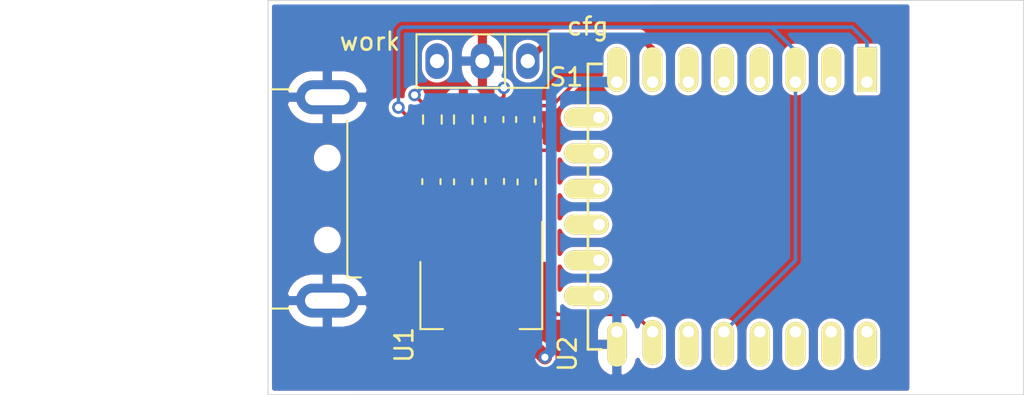
<source format=kicad_pcb>
(kicad_pcb (version 20171130) (host pcbnew "(5.1.10)-1")

  (general
    (thickness 1.6)
    (drawings 12)
    (tracks 58)
    (zones 0)
    (modules 12)
    (nets 7)
  )

  (page A4)
  (layers
    (0 F.Cu signal)
    (31 B.Cu signal)
    (32 B.Adhes user)
    (33 F.Adhes user)
    (34 B.Paste user)
    (35 F.Paste user)
    (36 B.SilkS user)
    (37 F.SilkS user)
    (38 B.Mask user)
    (39 F.Mask user)
    (40 Dwgs.User user)
    (41 Cmts.User user)
    (42 Eco1.User user)
    (43 Eco2.User user)
    (44 Edge.Cuts user)
    (45 Margin user)
    (46 B.CrtYd user)
    (47 F.CrtYd user)
    (48 B.Fab user)
    (49 F.Fab user)
  )

  (setup
    (last_trace_width 0.35)
    (user_trace_width 0.2)
    (user_trace_width 0.35)
    (user_trace_width 0.5)
    (user_trace_width 0.6)
    (user_trace_width 0.8)
    (user_trace_width 1)
    (user_trace_width 1.5)
    (user_trace_width 2)
    (trace_clearance 0.15)
    (zone_clearance 0.2)
    (zone_45_only yes)
    (trace_min 0.15)
    (via_size 0.7)
    (via_drill 0.4)
    (via_min_size 0.4)
    (via_min_drill 0.3)
    (user_via 0.8 0.5)
    (user_via 1 0.7)
    (uvia_size 0.3)
    (uvia_drill 0.1)
    (uvias_allowed no)
    (uvia_min_size 0.2)
    (uvia_min_drill 0.1)
    (edge_width 0.05)
    (segment_width 0.2)
    (pcb_text_width 0.3)
    (pcb_text_size 1.5 1.5)
    (mod_edge_width 0.12)
    (mod_text_size 1 1)
    (mod_text_width 0.15)
    (pad_size 1.524 1.524)
    (pad_drill 0.762)
    (pad_to_mask_clearance 0.05)
    (solder_mask_min_width 0.1)
    (aux_axis_origin 84.582 109.474)
    (grid_origin 84.582 109.474)
    (visible_elements 7FFFFFFF)
    (pcbplotparams
      (layerselection 0x010fc_ffffffff)
      (usegerberextensions false)
      (usegerberattributes true)
      (usegerberadvancedattributes true)
      (creategerberjobfile true)
      (excludeedgelayer true)
      (linewidth 0.100000)
      (plotframeref false)
      (viasonmask false)
      (mode 1)
      (useauxorigin false)
      (hpglpennumber 1)
      (hpglpenspeed 20)
      (hpglpendiameter 15.000000)
      (psnegative false)
      (psa4output false)
      (plotreference true)
      (plotvalue true)
      (plotinvisibletext false)
      (padsonsilk false)
      (subtractmaskfromsilk false)
      (outputformat 1)
      (mirror false)
      (drillshape 1)
      (scaleselection 1)
      (outputdirectory ""))
  )

  (net 0 "")
  (net 1 VCC)
  (net 2 GND)
  (net 3 /SW)
  (net 4 /PULL_UP)
  (net 5 "Net-(R2-Pad2)")
  (net 6 /3.3V)

  (net_class Default "This is the default net class."
    (clearance 0.15)
    (trace_width 0.25)
    (via_dia 0.7)
    (via_drill 0.4)
    (uvia_dia 0.3)
    (uvia_drill 0.1)
    (diff_pair_width 0.28)
    (diff_pair_gap 0.15)
    (add_net /3.3V)
    (add_net /PULL_UP)
    (add_net /SW)
    (add_net GND)
    (add_net "Net-(R2-Pad2)")
    (add_net VCC)
  )

  (module Connector_USB:USB_A_CNCTech_1001-011-01101_Horizontal (layer F.Cu) (tedit 5E754393) (tstamp 61749115)
    (at 81 98.5 180)
    (descr "USB type A Plug, Horizontal, http://cnctech.us/pdfs/1001-011-01101.pdf")
    (tags USB-A)
    (path /61728D12)
    (attr smd)
    (fp_text reference J1 (at -6.9 -8) (layer F.SilkS) hide
      (effects (font (size 1 1) (thickness 0.15)))
    )
    (fp_text value USB_A (at 0 8 180) (layer F.Fab)
      (effects (font (size 1 1) (thickness 0.15)))
    )
    (fp_line (start -7.25 -4) (end -7.25 -3.05) (layer F.Fab) (width 0.1))
    (fp_line (start -7.75 -3.5) (end -7.25 -4) (layer F.Fab) (width 0.1))
    (fp_line (start -7.75 -3.5) (end -7.25 -3) (layer F.Fab) (width 0.1))
    (fp_line (start -8.02 -4.4) (end -8.775 -4.4) (layer F.SilkS) (width 0.12))
    (fp_line (start -11.4 4.55) (end -9.15 4.55) (layer F.CrtYd) (width 0.05))
    (fp_line (start -9.15 4.55) (end -9.15 7.15) (layer F.CrtYd) (width 0.05))
    (fp_line (start -9.15 7.15) (end -4.65 7.15) (layer F.CrtYd) (width 0.05))
    (fp_line (start -4.65 7.15) (end -4.65 6.52) (layer F.CrtYd) (width 0.05))
    (fp_line (start -4.65 6.52) (end 11.4 6.52) (layer F.CrtYd) (width 0.05))
    (fp_line (start 11.4 6.52) (end 11.4 -6.52) (layer F.CrtYd) (width 0.05))
    (fp_line (start -4.65 -6.52) (end 11.4 -6.52) (layer F.CrtYd) (width 0.05))
    (fp_line (start -4.65 -6.52) (end -4.65 -7.15) (layer F.CrtYd) (width 0.05))
    (fp_line (start -9.15 -7.15) (end -4.65 -7.15) (layer F.CrtYd) (width 0.05))
    (fp_line (start -9.15 -7.15) (end -9.15 -4.55) (layer F.CrtYd) (width 0.05))
    (fp_line (start -11.4 -4.55) (end -9.15 -4.55) (layer F.CrtYd) (width 0.05))
    (fp_line (start -11.4 4.55) (end -11.4 -4.55) (layer F.CrtYd) (width 0.05))
    (fp_line (start -4.85 6.145) (end -3.8 6.145) (layer F.SilkS) (width 0.12))
    (fp_line (start -4.85 -6.145) (end -3.8 -6.145) (layer F.SilkS) (width 0.12))
    (fp_line (start -3.8 6.025) (end -3.8 -6.025) (layer Dwgs.User) (width 0.1))
    (fp_line (start -8.02 -4.4) (end -8.02 4.4) (layer F.SilkS) (width 0.12))
    (fp_circle (center -6.9 2.3) (end -6.9 2.8) (layer F.Fab) (width 0.1))
    (fp_circle (center -6.9 -2.3) (end -6.9 -2.8) (layer F.Fab) (width 0.1))
    (fp_line (start -10.4 -3.25) (end -7.9 -3.25) (layer F.Fab) (width 0.1))
    (fp_line (start -10.4 -3.25) (end -10.4 -3.75) (layer F.Fab) (width 0.1))
    (fp_line (start -10.4 -3.75) (end -7.9 -3.75) (layer F.Fab) (width 0.1))
    (fp_line (start -10.4 -1.25) (end -7.9 -1.25) (layer F.Fab) (width 0.1))
    (fp_line (start -10.4 -0.75) (end -7.9 -0.75) (layer F.Fab) (width 0.1))
    (fp_line (start -10.4 -0.75) (end -10.4 -1.25) (layer F.Fab) (width 0.1))
    (fp_line (start -10.4 1.25) (end -7.9 1.25) (layer F.Fab) (width 0.1))
    (fp_line (start -10.4 1.25) (end -10.4 0.75) (layer F.Fab) (width 0.1))
    (fp_line (start -10.4 0.75) (end -7.9 0.75) (layer F.Fab) (width 0.1))
    (fp_line (start -10.4 3.75) (end -7.9 3.75) (layer F.Fab) (width 0.1))
    (fp_line (start -10.4 3.25) (end -7.9 3.25) (layer F.Fab) (width 0.1))
    (fp_line (start -10.4 3.75) (end -10.4 3.25) (layer F.Fab) (width 0.1))
    (fp_line (start 10.9 6.025) (end 10.9 -6.025) (layer F.Fab) (width 0.1))
    (fp_line (start -7.9 6.025) (end 10.9 6.025) (layer F.Fab) (width 0.1))
    (fp_line (start -7.9 -6.025) (end 10.9 -6.025) (layer F.Fab) (width 0.1))
    (fp_line (start -7.9 6.025) (end -7.9 -6.025) (layer F.Fab) (width 0.1))
    (fp_text user %R (at -6 0 90) (layer F.Fab)
      (effects (font (size 1 1) (thickness 0.15)))
    )
    (fp_text user "PCB Edge" (at -4.55 -0.05 90) (layer Dwgs.User)
      (effects (font (size 0.6 0.6) (thickness 0.09)))
    )
    (pad "" np_thru_hole circle (at -6.9 2.3 180) (size 1.1 1.1) (drill 1.1) (layers *.Cu *.Mask))
    (pad "" np_thru_hole circle (at -6.9 -2.3 180) (size 1.1 1.1) (drill 1.1) (layers *.Cu *.Mask))
    (pad 5 thru_hole oval (at -6.9 5.7 180) (size 3.5 1.9) (drill oval 2.5 0.9) (layers *.Cu *.Mask)
      (net 2 GND))
    (pad 5 thru_hole oval (at -6.9 -5.7 180) (size 3.5 1.9) (drill oval 2.5 0.9) (layers *.Cu *.Mask)
      (net 2 GND))
    (pad 4 smd rect (at -9.65 3.5 180) (size 2.5 1.1) (layers F.Cu F.Paste F.Mask)
      (net 2 GND))
    (pad 1 smd rect (at -9.65 -3.5 180) (size 2.5 1.1) (layers F.Cu F.Paste F.Mask)
      (net 1 VCC))
    (pad 3 smd rect (at -9.65 1 180) (size 2.5 1.1) (layers F.Cu F.Paste F.Mask))
    (pad 2 smd rect (at -9.65 -1 180) (size 2.5 1.1) (layers F.Cu F.Paste F.Mask))
    (model ${KISYS3DMOD}/Connector_USB.3dshapes/USB_A_CNCTech_1001-011-01101_Horizontal.wrl
      (at (xyz 0 0 0))
      (scale (xyz 1 1 1))
      (rotate (xyz 0 0 0))
    )
  )

  (module Resistor_SMD:R_0603_1608Metric (layer F.Cu) (tedit 5F68FEEE) (tstamp 61756BF3)
    (at 93.782 94.049 90)
    (descr "Resistor SMD 0603 (1608 Metric), square (rectangular) end terminal, IPC_7351 nominal, (Body size source: IPC-SM-782 page 72, https://www.pcb-3d.com/wordpress/wp-content/uploads/ipc-sm-782a_amendment_1_and_2.pdf), generated with kicad-footprint-generator")
    (tags resistor)
    (path /617D25F6)
    (attr smd)
    (fp_text reference R1 (at 0 -1.43 90) (layer F.SilkS) hide
      (effects (font (size 1 1) (thickness 0.15)))
    )
    (fp_text value 10K (at 0 1.43 90) (layer F.Fab)
      (effects (font (size 1 1) (thickness 0.15)))
    )
    (fp_text user %R (at 0 0 90) (layer F.Fab)
      (effects (font (size 0.4 0.4) (thickness 0.06)))
    )
    (fp_line (start -0.8 0.4125) (end -0.8 -0.4125) (layer F.Fab) (width 0.1))
    (fp_line (start -0.8 -0.4125) (end 0.8 -0.4125) (layer F.Fab) (width 0.1))
    (fp_line (start 0.8 -0.4125) (end 0.8 0.4125) (layer F.Fab) (width 0.1))
    (fp_line (start 0.8 0.4125) (end -0.8 0.4125) (layer F.Fab) (width 0.1))
    (fp_line (start -0.237258 -0.5225) (end 0.237258 -0.5225) (layer F.SilkS) (width 0.12))
    (fp_line (start -0.237258 0.5225) (end 0.237258 0.5225) (layer F.SilkS) (width 0.12))
    (fp_line (start -1.48 0.73) (end -1.48 -0.73) (layer F.CrtYd) (width 0.05))
    (fp_line (start -1.48 -0.73) (end 1.48 -0.73) (layer F.CrtYd) (width 0.05))
    (fp_line (start 1.48 -0.73) (end 1.48 0.73) (layer F.CrtYd) (width 0.05))
    (fp_line (start 1.48 0.73) (end -1.48 0.73) (layer F.CrtYd) (width 0.05))
    (pad 2 smd roundrect (at 0.825 0 90) (size 0.8 0.95) (layers F.Cu F.Paste F.Mask) (roundrect_rratio 0.25)
      (net 6 /3.3V))
    (pad 1 smd roundrect (at -0.825 0 90) (size 0.8 0.95) (layers F.Cu F.Paste F.Mask) (roundrect_rratio 0.25)
      (net 4 /PULL_UP))
    (model ${KISYS3DMOD}/Resistor_SMD.3dshapes/R_0603_1608Metric.wrl
      (at (xyz 0 0 0))
      (scale (xyz 1 1 1))
      (rotate (xyz 0 0 0))
    )
  )

  (module Resistor_SMD:R_0603_1608Metric (layer F.Cu) (tedit 5F68FEEE) (tstamp 61756D09)
    (at 95.515333 94.049 270)
    (descr "Resistor SMD 0603 (1608 Metric), square (rectangular) end terminal, IPC_7351 nominal, (Body size source: IPC-SM-782 page 72, https://www.pcb-3d.com/wordpress/wp-content/uploads/ipc-sm-782a_amendment_1_and_2.pdf), generated with kicad-footprint-generator")
    (tags resistor)
    (path /617B9117)
    (attr smd)
    (fp_text reference R2 (at 0 -1.43 90) (layer F.SilkS) hide
      (effects (font (size 1 1) (thickness 0.15)))
    )
    (fp_text value 10K (at 0 1.43 90) (layer F.Fab)
      (effects (font (size 1 1) (thickness 0.15)))
    )
    (fp_text user %R (at 0 0 90) (layer F.Fab)
      (effects (font (size 0.4 0.4) (thickness 0.06)))
    )
    (fp_line (start -0.8 0.4125) (end -0.8 -0.4125) (layer F.Fab) (width 0.1))
    (fp_line (start -0.8 -0.4125) (end 0.8 -0.4125) (layer F.Fab) (width 0.1))
    (fp_line (start 0.8 -0.4125) (end 0.8 0.4125) (layer F.Fab) (width 0.1))
    (fp_line (start 0.8 0.4125) (end -0.8 0.4125) (layer F.Fab) (width 0.1))
    (fp_line (start -0.237258 -0.5225) (end 0.237258 -0.5225) (layer F.SilkS) (width 0.12))
    (fp_line (start -0.237258 0.5225) (end 0.237258 0.5225) (layer F.SilkS) (width 0.12))
    (fp_line (start -1.48 0.73) (end -1.48 -0.73) (layer F.CrtYd) (width 0.05))
    (fp_line (start -1.48 -0.73) (end 1.48 -0.73) (layer F.CrtYd) (width 0.05))
    (fp_line (start 1.48 -0.73) (end 1.48 0.73) (layer F.CrtYd) (width 0.05))
    (fp_line (start 1.48 0.73) (end -1.48 0.73) (layer F.CrtYd) (width 0.05))
    (pad 2 smd roundrect (at 0.825 0 270) (size 0.8 0.95) (layers F.Cu F.Paste F.Mask) (roundrect_rratio 0.25)
      (net 5 "Net-(R2-Pad2)"))
    (pad 1 smd roundrect (at -0.825 0 270) (size 0.8 0.95) (layers F.Cu F.Paste F.Mask) (roundrect_rratio 0.25)
      (net 2 GND))
    (model ${KISYS3DMOD}/Resistor_SMD.3dshapes/R_0603_1608Metric.wrl
      (at (xyz 0 0 0))
      (scale (xyz 1 1 1))
      (rotate (xyz 0 0 0))
    )
  )

  (module ESP8266_Wakener:SlipSwitch_MSK-12D19_1P2T (layer F.Cu) (tedit 61754ED6) (tstamp 61755BBF)
    (at 96.582 90.774 180)
    (path /617A540C)
    (fp_text reference S1 (at -4.7 -0.9) (layer F.SilkS)
      (effects (font (size 1 1) (thickness 0.15)))
    )
    (fp_text value slip_switch_MSK-12D19_1P2T (at 0 -2.5) (layer F.Fab) hide
      (effects (font (size 1 1) (thickness 0.15)))
    )
    (fp_line (start -3.44 1.25) (end -3.44 -1.25) (layer F.CrtYd) (width 0.05))
    (fp_line (start 3.44 1.25) (end -3.44 1.25) (layer F.CrtYd) (width 0.05))
    (fp_line (start 3.44 -1.25) (end 3.44 1.25) (layer F.CrtYd) (width 0.05))
    (fp_line (start -3.44 -1.25) (end 3.44 -1.25) (layer F.CrtYd) (width 0.05))
    (fp_line (start -1.27 -1.5) (end -1.27 1.5) (layer F.SilkS) (width 0.12))
    (fp_line (start -3.69 1.5) (end -3.69 -1.5) (layer F.SilkS) (width 0.12))
    (fp_line (start 3.69 1.5) (end -3.69 1.5) (layer F.SilkS) (width 0.12))
    (fp_line (start 3.69 -1.5) (end 3.69 1.5) (layer F.SilkS) (width 0.12))
    (fp_line (start -3.69 -1.5) (end 3.69 -1.5) (layer F.SilkS) (width 0.12))
    (pad 3 thru_hole oval (at 2.54 0 180) (size 1.3 2) (drill 0.8) (layers *.Cu *.Mask))
    (pad 2 thru_hole oval (at 0 0 180) (size 1.3 2) (drill 0.8) (layers *.Cu *.Mask)
      (net 2 GND))
    (pad 1 thru_hole oval (at -2.54 0 180) (size 1.3 2) (drill 0.8) (layers *.Cu *.Mask)
      (net 3 /SW))
    (model ":SLIPSWITCH:slip switch v1.step"
      (offset (xyz 0 0.2 1.5))
      (scale (xyz 1 1 1))
      (rotate (xyz -90 0 0))
    )
  )

  (module Capacitor_SMD:C_0603_1608Metric (layer F.Cu) (tedit 5F68FEEE) (tstamp 61755B05)
    (at 97.248666 94.049 270)
    (descr "Capacitor SMD 0603 (1608 Metric), square (rectangular) end terminal, IPC_7351 nominal, (Body size source: IPC-SM-782 page 76, https://www.pcb-3d.com/wordpress/wp-content/uploads/ipc-sm-782a_amendment_1_and_2.pdf), generated with kicad-footprint-generator")
    (tags capacitor)
    (path /617BD796)
    (attr smd)
    (fp_text reference C6 (at 0 -1.43 90) (layer F.SilkS) hide
      (effects (font (size 1 1) (thickness 0.15)))
    )
    (fp_text value 10nF (at 0 1.43 90) (layer F.Fab)
      (effects (font (size 1 1) (thickness 0.15)))
    )
    (fp_text user %R (at 0 0 90) (layer F.Fab)
      (effects (font (size 0.4 0.4) (thickness 0.06)))
    )
    (fp_line (start -0.8 0.4) (end -0.8 -0.4) (layer F.Fab) (width 0.1))
    (fp_line (start -0.8 -0.4) (end 0.8 -0.4) (layer F.Fab) (width 0.1))
    (fp_line (start 0.8 -0.4) (end 0.8 0.4) (layer F.Fab) (width 0.1))
    (fp_line (start 0.8 0.4) (end -0.8 0.4) (layer F.Fab) (width 0.1))
    (fp_line (start -0.14058 -0.51) (end 0.14058 -0.51) (layer F.SilkS) (width 0.12))
    (fp_line (start -0.14058 0.51) (end 0.14058 0.51) (layer F.SilkS) (width 0.12))
    (fp_line (start -1.48 0.73) (end -1.48 -0.73) (layer F.CrtYd) (width 0.05))
    (fp_line (start -1.48 -0.73) (end 1.48 -0.73) (layer F.CrtYd) (width 0.05))
    (fp_line (start 1.48 -0.73) (end 1.48 0.73) (layer F.CrtYd) (width 0.05))
    (fp_line (start 1.48 0.73) (end -1.48 0.73) (layer F.CrtYd) (width 0.05))
    (pad 2 smd roundrect (at 0.775 0 270) (size 0.9 0.95) (layers F.Cu F.Paste F.Mask) (roundrect_rratio 0.25)
      (net 2 GND))
    (pad 1 smd roundrect (at -0.775 0 270) (size 0.9 0.95) (layers F.Cu F.Paste F.Mask) (roundrect_rratio 0.25)
      (net 6 /3.3V))
    (model ${KISYS3DMOD}/Capacitor_SMD.3dshapes/C_0603_1608Metric.wrl
      (at (xyz 0 0 0))
      (scale (xyz 1 1 1))
      (rotate (xyz 0 0 0))
    )
  )

  (module Capacitor_SMD:C_0603_1608Metric (layer F.Cu) (tedit 5F68FEEE) (tstamp 6175627A)
    (at 98.982 94.049 270)
    (descr "Capacitor SMD 0603 (1608 Metric), square (rectangular) end terminal, IPC_7351 nominal, (Body size source: IPC-SM-782 page 76, https://www.pcb-3d.com/wordpress/wp-content/uploads/ipc-sm-782a_amendment_1_and_2.pdf), generated with kicad-footprint-generator")
    (tags capacitor)
    (path /617BCBE7)
    (attr smd)
    (fp_text reference C4 (at 0 -1.43 90) (layer F.SilkS) hide
      (effects (font (size 1 1) (thickness 0.15)))
    )
    (fp_text value 10nF (at 0 1.43 90) (layer F.Fab)
      (effects (font (size 1 1) (thickness 0.15)))
    )
    (fp_text user %R (at 0 0 90) (layer F.Fab)
      (effects (font (size 0.4 0.4) (thickness 0.06)))
    )
    (fp_line (start -0.8 0.4) (end -0.8 -0.4) (layer F.Fab) (width 0.1))
    (fp_line (start -0.8 -0.4) (end 0.8 -0.4) (layer F.Fab) (width 0.1))
    (fp_line (start 0.8 -0.4) (end 0.8 0.4) (layer F.Fab) (width 0.1))
    (fp_line (start 0.8 0.4) (end -0.8 0.4) (layer F.Fab) (width 0.1))
    (fp_line (start -0.14058 -0.51) (end 0.14058 -0.51) (layer F.SilkS) (width 0.12))
    (fp_line (start -0.14058 0.51) (end 0.14058 0.51) (layer F.SilkS) (width 0.12))
    (fp_line (start -1.48 0.73) (end -1.48 -0.73) (layer F.CrtYd) (width 0.05))
    (fp_line (start -1.48 -0.73) (end 1.48 -0.73) (layer F.CrtYd) (width 0.05))
    (fp_line (start 1.48 -0.73) (end 1.48 0.73) (layer F.CrtYd) (width 0.05))
    (fp_line (start 1.48 0.73) (end -1.48 0.73) (layer F.CrtYd) (width 0.05))
    (pad 2 smd roundrect (at 0.775 0 270) (size 0.9 0.95) (layers F.Cu F.Paste F.Mask) (roundrect_rratio 0.25)
      (net 2 GND))
    (pad 1 smd roundrect (at -0.775 0 270) (size 0.9 0.95) (layers F.Cu F.Paste F.Mask) (roundrect_rratio 0.25)
      (net 6 /3.3V))
    (model ${KISYS3DMOD}/Capacitor_SMD.3dshapes/C_0603_1608Metric.wrl
      (at (xyz 0 0 0))
      (scale (xyz 1 1 1))
      (rotate (xyz 0 0 0))
    )
  )

  (module ESP8266:ESP-12E (layer F.Cu) (tedit 58B47889) (tstamp 61757BD3)
    (at 118.11 91.948 270)
    (descr "Module, ESP-8266, ESP-12, 16 pad, SMD")
    (tags "Module ESP-8266 ESP8266")
    (path /617414C6)
    (fp_text reference U2 (at 15.24 16.764 90) (layer F.SilkS)
      (effects (font (size 1 1) (thickness 0.15)))
    )
    (fp_text value ESP-12F (at 6.35 6.35 90) (layer F.Fab) hide
      (effects (font (size 1 1) (thickness 0.15)))
    )
    (fp_line (start -1.008 -8.4) (end 14.992 -8.4) (layer F.Fab) (width 0.05))
    (fp_line (start -1.008 15.6) (end -1.008 -8.4) (layer F.Fab) (width 0.05))
    (fp_line (start 14.992 15.6) (end -1.008 15.6) (layer F.Fab) (width 0.05))
    (fp_line (start 15 -8.4) (end 15 15.6) (layer F.Fab) (width 0.05))
    (fp_line (start -1.008 -2.6) (end 14.992 -2.6) (layer F.CrtYd) (width 0.1524))
    (fp_line (start -1.008 -8.4) (end 14.992 -2.6) (layer F.CrtYd) (width 0.1524))
    (fp_line (start 14.992 -8.4) (end -1.008 -2.6) (layer F.CrtYd) (width 0.1524))
    (fp_line (start 14.986 15.621) (end 14.986 14.859) (layer F.SilkS) (width 0.1524))
    (fp_line (start -1.016 15.621) (end 14.986 15.621) (layer F.SilkS) (width 0.1524))
    (fp_line (start -1.016 14.859) (end -1.016 15.621) (layer F.SilkS) (width 0.1524))
    (fp_line (start -1.016 -8.382) (end -1.016 -1.016) (layer F.CrtYd) (width 0.1524))
    (fp_line (start 14.986 -8.382) (end 14.986 -0.889) (layer F.CrtYd) (width 0.1524))
    (fp_line (start -1.016 -8.382) (end 14.986 -8.382) (layer F.CrtYd) (width 0.1524))
    (fp_line (start -2.25 16) (end -2.25 -0.5) (layer F.CrtYd) (width 0.05))
    (fp_line (start 16.25 16) (end -2.25 16) (layer F.CrtYd) (width 0.05))
    (fp_line (start 16.25 -8.75) (end 16.25 16) (layer F.CrtYd) (width 0.05))
    (fp_line (start 15.25 -8.75) (end 16.25 -8.75) (layer F.CrtYd) (width 0.05))
    (fp_line (start -2.25 -8.75) (end 15.25 -8.75) (layer F.CrtYd) (width 0.05))
    (fp_line (start -2.25 -0.5) (end -2.25 -8.75) (layer F.CrtYd) (width 0.05))
    (fp_text user "No Copper" (at 6.892 -5.4 90) (layer F.CrtYd)
      (effects (font (size 1 1) (thickness 0.15)))
    )
    (pad 22 thru_hole oval (at 11.99 15) (size 2.5 1.1) (drill 0.65 (offset -0.7 0)) (layers *.Cu *.Mask F.SilkS))
    (pad 21 thru_hole oval (at 9.99 15) (size 2.5 1.1) (drill 0.65 (offset -0.7 0)) (layers *.Cu *.Mask F.SilkS))
    (pad 20 thru_hole oval (at 7.99 15) (size 2.5 1.1) (drill 0.65 (offset -0.7 0)) (layers *.Cu *.Mask F.SilkS))
    (pad 19 thru_hole oval (at 5.99 15) (size 2.5 1.1) (drill 0.65 (offset -0.7 0)) (layers *.Cu *.Mask F.SilkS))
    (pad 18 thru_hole oval (at 3.99 15) (size 2.5 1.1) (drill 0.65 (offset -0.7 0)) (layers *.Cu *.Mask F.SilkS))
    (pad 17 thru_hole oval (at 1.99 15) (size 2.5 1.1) (drill 0.65 (offset -0.7 0)) (layers *.Cu *.Mask F.SilkS))
    (pad 16 thru_hole oval (at 14 0 270) (size 2.5 1.1) (drill 0.65 (offset 0.7 0)) (layers *.Cu *.Mask F.SilkS))
    (pad 15 thru_hole oval (at 14 2 270) (size 2.5 1.1) (drill 0.65 (offset 0.7 0)) (layers *.Cu *.Mask F.SilkS))
    (pad 14 thru_hole oval (at 14 4 270) (size 2.5 1.1) (drill 0.65 (offset 0.7 0)) (layers *.Cu *.Mask F.SilkS))
    (pad 13 thru_hole oval (at 14 6 270) (size 2.5 1.1) (drill 0.65 (offset 0.7 0)) (layers *.Cu *.Mask F.SilkS))
    (pad 12 thru_hole oval (at 14 8 270) (size 2.5 1.1) (drill 0.65 (offset 0.7 0)) (layers *.Cu *.Mask F.SilkS)
      (net 4 /PULL_UP))
    (pad 11 thru_hole oval (at 14 10 270) (size 2.5 1.1) (drill 0.65 (offset 0.7 0)) (layers *.Cu *.Mask F.SilkS))
    (pad 10 thru_hole oval (at 14 12 270) (size 2.5 1.1) (drill 0.65 (offset 0.6 0)) (layers *.Cu *.Mask F.SilkS)
      (net 5 "Net-(R2-Pad2)"))
    (pad 9 thru_hole oval (at 14 14 270) (size 2.5 1.1) (drill 0.65 (offset 0.7 0)) (layers *.Cu *.Mask F.SilkS)
      (net 2 GND))
    (pad 8 thru_hole oval (at 0 14 270) (size 2.5 1.1) (drill 0.65 (offset -0.7 0)) (layers *.Cu *.Mask F.SilkS)
      (net 6 /3.3V))
    (pad 7 thru_hole oval (at 0 12 270) (size 2.5 1.1) (drill 0.65 (offset -0.7 0)) (layers *.Cu *.Mask F.SilkS)
      (net 3 /SW))
    (pad 6 thru_hole oval (at 0 10 270) (size 2.5 1.1) (drill 0.65 (offset -0.7 0)) (layers *.Cu *.Mask F.SilkS))
    (pad 5 thru_hole oval (at 0 8 270) (size 2.5 1.1) (drill 0.65 (offset -0.7 0)) (layers *.Cu *.Mask F.SilkS))
    (pad 4 thru_hole oval (at 0 6 270) (size 2.5 1.1) (drill 0.65 (offset -0.7 0)) (layers *.Cu *.Mask F.SilkS))
    (pad 3 thru_hole oval (at 0 4 270) (size 2.5 1.1) (drill 0.65 (offset -0.7 0)) (layers *.Cu *.Mask F.SilkS)
      (net 4 /PULL_UP))
    (pad 2 thru_hole oval (at 0 2 270) (size 2.5 1.1) (drill 0.65 (offset -0.7 0)) (layers *.Cu *.Mask F.SilkS))
    (pad 1 thru_hole rect (at 0 0 270) (size 2.5 1.1) (drill 0.65 (offset -0.7 0)) (layers *.Cu *.Mask F.SilkS)
      (net 4 /PULL_UP))
    (model ${ESPLIB}/ESP8266.3dshapes/ESP-12E.wrl
      (at (xyz 0 0 0))
      (scale (xyz 0.3937 0.3937 0.3937))
      (rotate (xyz 0 0 0))
    )
  )

  (module Package_TO_SOT_SMD:SOT-223-3_TabPin2 (layer F.Cu) (tedit 5A02FF57) (tstamp 61749A51)
    (at 96.52 103.886 270)
    (descr "module CMS SOT223 4 pins")
    (tags "CMS SOT")
    (path /6172AAF2)
    (attr smd)
    (fp_text reference U1 (at 2.794 4.318 90) (layer F.SilkS)
      (effects (font (size 1 1) (thickness 0.15)))
    )
    (fp_text value AMS1117-3.3 (at 0 4.5 90) (layer F.Fab)
      (effects (font (size 1 1) (thickness 0.15)))
    )
    (fp_line (start 1.85 -3.35) (end 1.85 3.35) (layer F.Fab) (width 0.1))
    (fp_line (start -1.85 3.35) (end 1.85 3.35) (layer F.Fab) (width 0.1))
    (fp_line (start -4.1 -3.41) (end 1.91 -3.41) (layer F.SilkS) (width 0.12))
    (fp_line (start -0.85 -3.35) (end 1.85 -3.35) (layer F.Fab) (width 0.1))
    (fp_line (start -1.85 3.41) (end 1.91 3.41) (layer F.SilkS) (width 0.12))
    (fp_line (start -1.85 -2.35) (end -1.85 3.35) (layer F.Fab) (width 0.1))
    (fp_line (start -1.85 -2.35) (end -0.85 -3.35) (layer F.Fab) (width 0.1))
    (fp_line (start -4.4 -3.6) (end -4.4 3.6) (layer F.CrtYd) (width 0.05))
    (fp_line (start -4.4 3.6) (end 4.4 3.6) (layer F.CrtYd) (width 0.05))
    (fp_line (start 4.4 3.6) (end 4.4 -3.6) (layer F.CrtYd) (width 0.05))
    (fp_line (start 4.4 -3.6) (end -4.4 -3.6) (layer F.CrtYd) (width 0.05))
    (fp_line (start 1.91 -3.41) (end 1.91 -2.15) (layer F.SilkS) (width 0.12))
    (fp_line (start 1.91 3.41) (end 1.91 2.15) (layer F.SilkS) (width 0.12))
    (fp_text user %R (at 0 0) (layer F.Fab)
      (effects (font (size 0.8 0.8) (thickness 0.12)))
    )
    (pad 1 smd rect (at -3.15 -2.3 270) (size 2 1.5) (layers F.Cu F.Paste F.Mask)
      (net 2 GND))
    (pad 3 smd rect (at -3.15 2.3 270) (size 2 1.5) (layers F.Cu F.Paste F.Mask)
      (net 1 VCC))
    (pad 2 smd rect (at -3.15 0 270) (size 2 1.5) (layers F.Cu F.Paste F.Mask)
      (net 6 /3.3V))
    (pad 2 smd rect (at 3.15 0 270) (size 2 3.8) (layers F.Cu F.Paste F.Mask)
      (net 6 /3.3V))
    (model ${KISYS3DMOD}/Package_TO_SOT_SMD.3dshapes/SOT-223.wrl
      (at (xyz 0 0 0))
      (scale (xyz 1 1 1))
      (rotate (xyz 0 0 0))
    )
  )

  (module Capacitor_SMD:C_0603_1608Metric (layer F.Cu) (tedit 5F68FEEE) (tstamp 617498F3)
    (at 99.06 97.547999 90)
    (descr "Capacitor SMD 0603 (1608 Metric), square (rectangular) end terminal, IPC_7351 nominal, (Body size source: IPC-SM-782 page 76, https://www.pcb-3d.com/wordpress/wp-content/uploads/ipc-sm-782a_amendment_1_and_2.pdf), generated with kicad-footprint-generator")
    (tags capacitor)
    (path /6175B2CD)
    (attr smd)
    (fp_text reference C5 (at 2.830999 0.14 90) (layer F.SilkS) hide
      (effects (font (size 1 1) (thickness 0.15)))
    )
    (fp_text value 100nF (at 0 1.43 90) (layer F.Fab)
      (effects (font (size 1 1) (thickness 0.15)))
    )
    (fp_line (start 1.48 0.73) (end -1.48 0.73) (layer F.CrtYd) (width 0.05))
    (fp_line (start 1.48 -0.73) (end 1.48 0.73) (layer F.CrtYd) (width 0.05))
    (fp_line (start -1.48 -0.73) (end 1.48 -0.73) (layer F.CrtYd) (width 0.05))
    (fp_line (start -1.48 0.73) (end -1.48 -0.73) (layer F.CrtYd) (width 0.05))
    (fp_line (start -0.14058 0.51) (end 0.14058 0.51) (layer F.SilkS) (width 0.12))
    (fp_line (start -0.14058 -0.51) (end 0.14058 -0.51) (layer F.SilkS) (width 0.12))
    (fp_line (start 0.8 0.4) (end -0.8 0.4) (layer F.Fab) (width 0.1))
    (fp_line (start 0.8 -0.4) (end 0.8 0.4) (layer F.Fab) (width 0.1))
    (fp_line (start -0.8 -0.4) (end 0.8 -0.4) (layer F.Fab) (width 0.1))
    (fp_line (start -0.8 0.4) (end -0.8 -0.4) (layer F.Fab) (width 0.1))
    (fp_text user %R (at 0 0 90) (layer F.Fab)
      (effects (font (size 0.4 0.4) (thickness 0.06)))
    )
    (pad 2 smd roundrect (at 0.775 0 90) (size 0.9 0.95) (layers F.Cu F.Paste F.Mask) (roundrect_rratio 0.25)
      (net 2 GND))
    (pad 1 smd roundrect (at -0.775 0 90) (size 0.9 0.95) (layers F.Cu F.Paste F.Mask) (roundrect_rratio 0.25)
      (net 6 /3.3V))
    (model ${KISYS3DMOD}/Capacitor_SMD.3dshapes/C_0603_1608Metric.wrl
      (at (xyz 0 0 0))
      (scale (xyz 1 1 1))
      (rotate (xyz 0 0 0))
    )
  )

  (module Capacitor_SMD:C_0603_1608Metric (layer F.Cu) (tedit 5F68FEEE) (tstamp 617490D0)
    (at 97.282 97.523 90)
    (descr "Capacitor SMD 0603 (1608 Metric), square (rectangular) end terminal, IPC_7351 nominal, (Body size source: IPC-SM-782 page 76, https://www.pcb-3d.com/wordpress/wp-content/uploads/ipc-sm-782a_amendment_1_and_2.pdf), generated with kicad-footprint-generator")
    (tags capacitor)
    (path /6175AD62)
    (attr smd)
    (fp_text reference C3 (at 2.806 0.094666 90) (layer F.SilkS) hide
      (effects (font (size 1 1) (thickness 0.15)))
    )
    (fp_text value 220uF (at 0 1.43 90) (layer F.Fab)
      (effects (font (size 1 1) (thickness 0.15)))
    )
    (fp_line (start 1.48 0.73) (end -1.48 0.73) (layer F.CrtYd) (width 0.05))
    (fp_line (start 1.48 -0.73) (end 1.48 0.73) (layer F.CrtYd) (width 0.05))
    (fp_line (start -1.48 -0.73) (end 1.48 -0.73) (layer F.CrtYd) (width 0.05))
    (fp_line (start -1.48 0.73) (end -1.48 -0.73) (layer F.CrtYd) (width 0.05))
    (fp_line (start -0.14058 0.51) (end 0.14058 0.51) (layer F.SilkS) (width 0.12))
    (fp_line (start -0.14058 -0.51) (end 0.14058 -0.51) (layer F.SilkS) (width 0.12))
    (fp_line (start 0.8 0.4) (end -0.8 0.4) (layer F.Fab) (width 0.1))
    (fp_line (start 0.8 -0.4) (end 0.8 0.4) (layer F.Fab) (width 0.1))
    (fp_line (start -0.8 -0.4) (end 0.8 -0.4) (layer F.Fab) (width 0.1))
    (fp_line (start -0.8 0.4) (end -0.8 -0.4) (layer F.Fab) (width 0.1))
    (fp_text user %R (at 0 0 90) (layer F.Fab)
      (effects (font (size 0.4 0.4) (thickness 0.06)))
    )
    (pad 2 smd roundrect (at 0.775 0 90) (size 0.9 0.95) (layers F.Cu F.Paste F.Mask) (roundrect_rratio 0.25)
      (net 2 GND))
    (pad 1 smd roundrect (at -0.775 0 90) (size 0.9 0.95) (layers F.Cu F.Paste F.Mask) (roundrect_rratio 0.25)
      (net 6 /3.3V))
    (model ${KISYS3DMOD}/Capacitor_SMD.3dshapes/C_0603_1608Metric.wrl
      (at (xyz 0 0 0))
      (scale (xyz 1 1 1))
      (rotate (xyz 0 0 0))
    )
  )

  (module Capacitor_SMD:C_0603_1608Metric (layer F.Cu) (tedit 5F68FEEE) (tstamp 6174A402)
    (at 95.504 97.539666 90)
    (descr "Capacitor SMD 0603 (1608 Metric), square (rectangular) end terminal, IPC_7351 nominal, (Body size source: IPC-SM-782 page 76, https://www.pcb-3d.com/wordpress/wp-content/uploads/ipc-sm-782a_amendment_1_and_2.pdf), generated with kicad-footprint-generator")
    (tags capacitor)
    (path /6175940E)
    (attr smd)
    (fp_text reference C2 (at 2.822666 0.049333 90) (layer F.SilkS) hide
      (effects (font (size 1 1) (thickness 0.15)))
    )
    (fp_text value 100nF (at 0 1.43 90) (layer F.Fab)
      (effects (font (size 1 1) (thickness 0.15)))
    )
    (fp_line (start 1.48 0.73) (end -1.48 0.73) (layer F.CrtYd) (width 0.05))
    (fp_line (start 1.48 -0.73) (end 1.48 0.73) (layer F.CrtYd) (width 0.05))
    (fp_line (start -1.48 -0.73) (end 1.48 -0.73) (layer F.CrtYd) (width 0.05))
    (fp_line (start -1.48 0.73) (end -1.48 -0.73) (layer F.CrtYd) (width 0.05))
    (fp_line (start -0.14058 0.51) (end 0.14058 0.51) (layer F.SilkS) (width 0.12))
    (fp_line (start -0.14058 -0.51) (end 0.14058 -0.51) (layer F.SilkS) (width 0.12))
    (fp_line (start 0.8 0.4) (end -0.8 0.4) (layer F.Fab) (width 0.1))
    (fp_line (start 0.8 -0.4) (end 0.8 0.4) (layer F.Fab) (width 0.1))
    (fp_line (start -0.8 -0.4) (end 0.8 -0.4) (layer F.Fab) (width 0.1))
    (fp_line (start -0.8 0.4) (end -0.8 -0.4) (layer F.Fab) (width 0.1))
    (fp_text user %R (at 0 0 90) (layer F.Fab)
      (effects (font (size 0.4 0.4) (thickness 0.06)))
    )
    (pad 2 smd roundrect (at 0.775 0 90) (size 0.9 0.95) (layers F.Cu F.Paste F.Mask) (roundrect_rratio 0.25)
      (net 2 GND))
    (pad 1 smd roundrect (at -0.775 0 90) (size 0.9 0.95) (layers F.Cu F.Paste F.Mask) (roundrect_rratio 0.25)
      (net 1 VCC))
    (model ${KISYS3DMOD}/Capacitor_SMD.3dshapes/C_0603_1608Metric.wrl
      (at (xyz 0 0 0))
      (scale (xyz 1 1 1))
      (rotate (xyz 0 0 0))
    )
  )

  (module Capacitor_SMD:C_0603_1608Metric (layer F.Cu) (tedit 5F68FEEE) (tstamp 6174A2BD)
    (at 93.726 97.531333 90)
    (descr "Capacitor SMD 0603 (1608 Metric), square (rectangular) end terminal, IPC_7351 nominal, (Body size source: IPC-SM-782 page 76, https://www.pcb-3d.com/wordpress/wp-content/uploads/ipc-sm-782a_amendment_1_and_2.pdf), generated with kicad-footprint-generator")
    (tags capacitor)
    (path /6175A3FB)
    (attr smd)
    (fp_text reference C1 (at 2.814333 0.004 90) (layer F.SilkS) hide
      (effects (font (size 1 1) (thickness 0.15)))
    )
    (fp_text value 200uF (at 0 1.43 90) (layer F.Fab)
      (effects (font (size 1 1) (thickness 0.15)))
    )
    (fp_line (start 1.48 0.73) (end -1.48 0.73) (layer F.CrtYd) (width 0.05))
    (fp_line (start 1.48 -0.73) (end 1.48 0.73) (layer F.CrtYd) (width 0.05))
    (fp_line (start -1.48 -0.73) (end 1.48 -0.73) (layer F.CrtYd) (width 0.05))
    (fp_line (start -1.48 0.73) (end -1.48 -0.73) (layer F.CrtYd) (width 0.05))
    (fp_line (start -0.14058 0.51) (end 0.14058 0.51) (layer F.SilkS) (width 0.12))
    (fp_line (start -0.14058 -0.51) (end 0.14058 -0.51) (layer F.SilkS) (width 0.12))
    (fp_line (start 0.8 0.4) (end -0.8 0.4) (layer F.Fab) (width 0.1))
    (fp_line (start 0.8 -0.4) (end 0.8 0.4) (layer F.Fab) (width 0.1))
    (fp_line (start -0.8 -0.4) (end 0.8 -0.4) (layer F.Fab) (width 0.1))
    (fp_line (start -0.8 0.4) (end -0.8 -0.4) (layer F.Fab) (width 0.1))
    (fp_text user %R (at 0 0 90) (layer F.Fab)
      (effects (font (size 0.4 0.4) (thickness 0.06)))
    )
    (pad 2 smd roundrect (at 0.775 0 90) (size 0.9 0.95) (layers F.Cu F.Paste F.Mask) (roundrect_rratio 0.25)
      (net 2 GND))
    (pad 1 smd roundrect (at -0.775 0 90) (size 0.9 0.95) (layers F.Cu F.Paste F.Mask) (roundrect_rratio 0.25)
      (net 1 VCC))
    (model ${KISYS3DMOD}/Capacitor_SMD.3dshapes/C_0603_1608Metric.wrl
      (at (xyz 0 0 0))
      (scale (xyz 1 1 1))
      (rotate (xyz 0 0 0))
    )
  )

  (gr_text work (at 90.282 89.674) (layer F.SilkS)
    (effects (font (size 1 1) (thickness 0.15)))
  )
  (gr_text cfg (at 102.482 88.824) (layer F.SilkS)
    (effects (font (size 1 1) (thickness 0.15)))
  )
  (gr_line (start 85.09 109.22) (end 84.836 109.22) (layer Margin) (width 0.15) (tstamp 61749B09))
  (gr_line (start 85.344 109.22) (end 85.09 109.22) (layer Margin) (width 0.15) (tstamp 61749B08))
  (gr_line (start 84.836 87.63) (end 84.836 109.22) (layer Margin) (width 0.15))
  (gr_line (start 120.582 87.63) (end 84.818 87.63) (layer Margin) (width 0.15) (tstamp 61749B14))
  (gr_line (start 120.582 109.22) (end 120.582 87.63) (layer Margin) (width 0.15) (tstamp 61757C5D))
  (gr_line (start 85.09 109.22) (end 120.582 109.22) (layer Margin) (width 0.15))
  (gr_line (start 84.582 87.376) (end 84.582 109.474) (layer Edge.Cuts) (width 0.05) (tstamp 617499C5))
  (gr_line (start 126.882 87.374) (end 84.582 87.376) (layer Edge.Cuts) (width 0.05))
  (gr_line (start 126.882 109.472) (end 126.882 87.374) (layer Edge.Cuts) (width 0.05) (tstamp 61757C8F))
  (gr_line (start 84.582 109.474) (end 126.882 109.472) (layer Edge.Cuts) (width 0.05))

  (segment (start 90.65 102) (end 91.476 101.174) (width 0.8) (layer F.Cu) (net 1))
  (segment (start 93.782 101.174) (end 94.22 100.736) (width 0.8) (layer F.Cu) (net 1))
  (segment (start 91.476 101.174) (end 93.782 101.174) (width 0.8) (layer F.Cu) (net 1))
  (segment (start 94.22 100.736) (end 93.682 100.198) (width 0.35) (layer F.Cu) (net 1))
  (segment (start 93.682 98.350333) (end 93.726 98.306333) (width 0.35) (layer F.Cu) (net 1))
  (segment (start 93.682 100.198) (end 93.682 98.350333) (width 0.35) (layer F.Cu) (net 1))
  (segment (start 95.495667 98.306333) (end 95.504 98.314666) (width 0.35) (layer F.Cu) (net 1))
  (segment (start 93.726 98.306333) (end 95.495667 98.306333) (width 0.35) (layer F.Cu) (net 1))
  (segment (start 99.122 90.774) (end 100.522 89.374) (width 0.35) (layer F.Cu) (net 3))
  (segment (start 100.522 89.374) (end 105.382 89.374) (width 0.35) (layer F.Cu) (net 3))
  (segment (start 106.11 90.102) (end 106.11 91.948) (width 0.35) (layer F.Cu) (net 3))
  (segment (start 105.382 89.374) (end 106.11 90.102) (width 0.35) (layer F.Cu) (net 3))
  (segment (start 93.782 94.874) (end 93.382 94.874) (width 0.2) (layer F.Cu) (net 4))
  (via (at 91.882 93.374) (size 0.7) (drill 0.4) (layers F.Cu B.Cu) (net 4) (tstamp 6175A0DE))
  (segment (start 93.382 94.874) (end 91.882 93.374) (width 0.2) (layer F.Cu) (net 4))
  (segment (start 91.882 93.374) (end 91.882 89.074) (width 0.2) (layer B.Cu) (net 4))
  (segment (start 91.882 89.074) (end 92.082 88.874) (width 0.2) (layer B.Cu) (net 4))
  (segment (start 92.082 88.874) (end 112.782 88.874) (width 0.2) (layer B.Cu) (net 4))
  (segment (start 114.11 90.202) (end 114.11 91.948) (width 0.2) (layer B.Cu) (net 4))
  (segment (start 112.782 88.874) (end 114.11 90.202) (width 0.2) (layer B.Cu) (net 4))
  (segment (start 114.11 101.948) (end 110.11 105.948) (width 0.2) (layer B.Cu) (net 4))
  (segment (start 114.11 91.948) (end 114.11 101.948) (width 0.2) (layer B.Cu) (net 4))
  (segment (start 112.782 88.874) (end 117.282 88.874) (width 0.2) (layer B.Cu) (net 4))
  (segment (start 118.11 89.702) (end 118.11 91.948) (width 0.2) (layer B.Cu) (net 4))
  (segment (start 117.282 88.874) (end 118.11 89.702) (width 0.2) (layer B.Cu) (net 4))
  (segment (start 100.782 104.974) (end 105.136 104.974) (width 0.2) (layer F.Cu) (net 5))
  (segment (start 100.482 104.674) (end 100.782 104.974) (width 0.2) (layer F.Cu) (net 5))
  (segment (start 100.482 95.974) (end 100.482 104.674) (width 0.2) (layer F.Cu) (net 5))
  (segment (start 100.282 95.774) (end 100.482 95.974) (width 0.2) (layer F.Cu) (net 5))
  (segment (start 105.136 104.974) (end 106.11 105.948) (width 0.2) (layer F.Cu) (net 5))
  (segment (start 96.015333 95.774) (end 100.282 95.774) (width 0.2) (layer F.Cu) (net 5))
  (segment (start 95.515333 95.274) (end 96.015333 95.774) (width 0.2) (layer F.Cu) (net 5))
  (segment (start 95.515333 94.874) (end 95.515333 95.274) (width 0.2) (layer F.Cu) (net 5))
  (segment (start 97.248666 93.274) (end 98.982 93.274) (width 0.2) (layer F.Cu) (net 6))
  (segment (start 96.52 100.736) (end 97.382 99.874) (width 0.2) (layer F.Cu) (net 6))
  (segment (start 97.382 98.398) (end 97.282 98.298) (width 0.2) (layer F.Cu) (net 6))
  (segment (start 97.382 99.874) (end 97.382 98.398) (width 0.2) (layer F.Cu) (net 6))
  (segment (start 99.035001 98.298) (end 99.06 98.322999) (width 0.2) (layer F.Cu) (net 6))
  (segment (start 97.282 98.298) (end 99.035001 98.298) (width 0.2) (layer F.Cu) (net 6))
  (segment (start 104.11 91.948) (end 101.808 91.948) (width 0.2) (layer F.Cu) (net 6))
  (segment (start 100.482 93.274) (end 98.982 93.274) (width 0.2) (layer F.Cu) (net 6))
  (segment (start 101.808 91.948) (end 100.482 93.274) (width 0.2) (layer F.Cu) (net 6))
  (via (at 92.782 92.674) (size 0.7) (drill 0.4) (layers F.Cu B.Cu) (net 6))
  (segment (start 93.332 93.224) (end 92.782 92.674) (width 0.2) (layer F.Cu) (net 6))
  (segment (start 93.782 93.224) (end 93.332 93.224) (width 0.2) (layer F.Cu) (net 6))
  (segment (start 93.182 92.274) (end 97.782 92.274) (width 0.2) (layer B.Cu) (net 6))
  (via (at 97.782 92.274) (size 0.7) (drill 0.4) (layers F.Cu B.Cu) (net 6))
  (segment (start 92.782 92.674) (end 93.182 92.274) (width 0.2) (layer B.Cu) (net 6))
  (segment (start 97.782 92.740666) (end 97.248666 93.274) (width 0.2) (layer F.Cu) (net 6))
  (segment (start 97.782 92.274) (end 97.782 92.740666) (width 0.2) (layer F.Cu) (net 6))
  (segment (start 96.52 100.736) (end 96.52 107.036) (width 0.8) (layer F.Cu) (net 6))
  (via (at 100.082 107.374) (size 0.7) (drill 0.4) (layers F.Cu B.Cu) (net 6))
  (segment (start 99.744 107.036) (end 100.082 107.374) (width 0.8) (layer F.Cu) (net 6))
  (segment (start 96.52 107.036) (end 99.744 107.036) (width 0.8) (layer F.Cu) (net 6))
  (segment (start 100.431999 107.024001) (end 100.431999 92.524001) (width 0.6) (layer B.Cu) (net 6))
  (segment (start 100.082 107.374) (end 100.431999 107.024001) (width 0.6) (layer B.Cu) (net 6))
  (segment (start 101.008 91.948) (end 104.11 91.948) (width 0.6) (layer B.Cu) (net 6))
  (segment (start 100.431999 92.524001) (end 101.008 91.948) (width 0.6) (layer B.Cu) (net 6))

  (zone (net 0) (net_name "") (layers F&B.Cu) (tstamp 0) (hatch edge 0.508)
    (connect_pads (clearance 0.508))
    (min_thickness 0.254)
    (keepout (tracks not_allowed) (vias not_allowed) (copperpour not_allowed))
    (fill (arc_segments 32) (thermal_gap 0.508) (thermal_bridge_width 0.508))
    (polygon
      (pts
        (xy 126.582 107.074) (xy 120.582 107.074) (xy 120.582 90.874) (xy 126.582 90.874)
      )
    )
  )
  (zone (net 2) (net_name GND) (layer F.Cu) (tstamp 0) (hatch edge 0.508)
    (connect_pads (clearance 0.2))
    (min_thickness 0.254)
    (fill yes (arc_segments 32) (thermal_gap 0.508) (thermal_bridge_width 0.508))
    (polygon
      (pts
        (xy 120.482 109.474) (xy 84.582 109.474) (xy 84.582 87.374) (xy 120.482 87.374)
      )
    )
    (filled_polygon
      (pts
        (xy 120.355 109.120309) (xy 84.934 109.121984) (xy 84.934 104.572588) (xy 85.559414 104.572588) (xy 85.587051 104.689221)
        (xy 85.711564 104.974983) (xy 85.889434 105.230962) (xy 86.113825 105.447322) (xy 86.376114 105.615748) (xy 86.666222 105.729768)
        (xy 86.973 105.785) (xy 87.773 105.785) (xy 87.773 104.327) (xy 88.027 104.327) (xy 88.027 105.785)
        (xy 88.827 105.785) (xy 89.133778 105.729768) (xy 89.423886 105.615748) (xy 89.686175 105.447322) (xy 89.910566 105.230962)
        (xy 90.088436 104.974983) (xy 90.212949 104.689221) (xy 90.240586 104.572588) (xy 90.120584 104.327) (xy 88.027 104.327)
        (xy 87.773 104.327) (xy 85.679416 104.327) (xy 85.559414 104.572588) (xy 84.934 104.572588) (xy 84.934 103.827412)
        (xy 85.559414 103.827412) (xy 85.679416 104.073) (xy 87.773 104.073) (xy 87.773 102.615) (xy 88.027 102.615)
        (xy 88.027 104.073) (xy 90.120584 104.073) (xy 90.240586 103.827412) (xy 90.212949 103.710779) (xy 90.088436 103.425017)
        (xy 89.910566 103.169038) (xy 89.686175 102.952678) (xy 89.570786 102.878582) (xy 91.9 102.878582) (xy 91.964103 102.872268)
        (xy 92.025743 102.85357) (xy 92.08255 102.823206) (xy 92.132343 102.782343) (xy 92.173206 102.73255) (xy 92.20357 102.675743)
        (xy 92.222268 102.614103) (xy 92.228582 102.55) (xy 92.228582 101.901) (xy 93.187413 101.901) (xy 93.196794 101.91855)
        (xy 93.237657 101.968343) (xy 93.28745 102.009206) (xy 93.344257 102.03957) (xy 93.405897 102.058268) (xy 93.47 102.064582)
        (xy 94.97 102.064582) (xy 95.034103 102.058268) (xy 95.095743 102.03957) (xy 95.15255 102.009206) (xy 95.202343 101.968343)
        (xy 95.243206 101.91855) (xy 95.27357 101.861743) (xy 95.292268 101.800103) (xy 95.298582 101.736) (xy 95.298582 99.736)
        (xy 95.292268 99.671897) (xy 95.27357 99.610257) (xy 95.243206 99.55345) (xy 95.202343 99.503657) (xy 95.15255 99.462794)
        (xy 95.095743 99.43243) (xy 95.034103 99.413732) (xy 94.97 99.407418) (xy 94.184 99.407418) (xy 94.184 99.043943)
        (xy 94.187847 99.042776) (xy 94.283554 98.99162) (xy 94.367442 98.922775) (xy 94.436287 98.838887) (xy 94.452618 98.808333)
        (xy 94.772928 98.808333) (xy 94.793713 98.84722) (xy 94.862558 98.931108) (xy 94.946446 98.999953) (xy 95.042153 99.051109)
        (xy 95.146002 99.082611) (xy 95.254 99.093248) (xy 95.754 99.093248) (xy 95.861998 99.082611) (xy 95.965847 99.051109)
        (xy 96.061554 98.999953) (xy 96.145442 98.931108) (xy 96.214287 98.84722) (xy 96.265443 98.751513) (xy 96.296945 98.647664)
        (xy 96.307582 98.539666) (xy 96.307582 98.089666) (xy 96.296945 97.981668) (xy 96.265443 97.877819) (xy 96.225433 97.802964)
        (xy 96.333494 97.745203) (xy 96.403154 97.688035) (xy 96.452506 97.728537) (xy 96.560567 97.786298) (xy 96.520557 97.861153)
        (xy 96.489055 97.965002) (xy 96.478418 98.073) (xy 96.478418 98.523) (xy 96.489055 98.630998) (xy 96.520557 98.734847)
        (xy 96.571713 98.830554) (xy 96.640558 98.914442) (xy 96.724446 98.983287) (xy 96.820153 99.034443) (xy 96.924002 99.065945)
        (xy 96.955001 99.068998) (xy 96.955 99.407418) (xy 95.77 99.407418) (xy 95.705897 99.413732) (xy 95.644257 99.43243)
        (xy 95.58745 99.462794) (xy 95.537657 99.503657) (xy 95.496794 99.55345) (xy 95.46643 99.610257) (xy 95.447732 99.671897)
        (xy 95.441418 99.736) (xy 95.441418 101.736) (xy 95.447732 101.800103) (xy 95.46643 101.861743) (xy 95.496794 101.91855)
        (xy 95.537657 101.968343) (xy 95.58745 102.009206) (xy 95.644257 102.03957) (xy 95.705897 102.058268) (xy 95.77 102.064582)
        (xy 95.793 102.064582) (xy 95.793001 105.707418) (xy 94.62 105.707418) (xy 94.555897 105.713732) (xy 94.494257 105.73243)
        (xy 94.43745 105.762794) (xy 94.387657 105.803657) (xy 94.346794 105.85345) (xy 94.31643 105.910257) (xy 94.297732 105.971897)
        (xy 94.291418 106.036) (xy 94.291418 108.036) (xy 94.297732 108.100103) (xy 94.31643 108.161743) (xy 94.346794 108.21855)
        (xy 94.387657 108.268343) (xy 94.43745 108.309206) (xy 94.494257 108.33957) (xy 94.555897 108.358268) (xy 94.62 108.364582)
        (xy 98.42 108.364582) (xy 98.484103 108.358268) (xy 98.545743 108.33957) (xy 98.60255 108.309206) (xy 98.652343 108.268343)
        (xy 98.693206 108.21855) (xy 98.72357 108.161743) (xy 98.742268 108.100103) (xy 98.748582 108.036) (xy 98.748582 107.763)
        (xy 99.442868 107.763) (xy 99.593183 107.913315) (xy 99.676147 107.981402) (xy 99.802443 108.048909) (xy 99.939482 108.09048)
        (xy 100.081999 108.104517) (xy 100.224517 108.09048) (xy 100.361556 108.048909) (xy 100.487852 107.981402) (xy 100.598553 107.890553)
        (xy 100.689402 107.779852) (xy 100.756909 107.653556) (xy 100.79848 107.516517) (xy 100.812517 107.373999) (xy 100.79848 107.231482)
        (xy 100.756909 107.094443) (xy 100.689402 106.968147) (xy 100.621315 106.885183) (xy 100.511132 106.775) (xy 102.925 106.775)
        (xy 102.925 107.475) (xy 102.972546 107.703742) (xy 103.063804 107.918813) (xy 103.195266 108.111948) (xy 103.361881 108.275725)
        (xy 103.557246 108.40385) (xy 103.773853 108.491399) (xy 103.800256 108.491803) (xy 103.983 108.366361) (xy 103.983 106.775)
        (xy 102.925 106.775) (xy 100.511132 106.775) (xy 100.283326 106.547194) (xy 100.260554 106.519446) (xy 100.149853 106.428597)
        (xy 100.023557 106.36109) (xy 99.886517 106.31952) (xy 99.779708 106.309) (xy 99.744 106.305483) (xy 99.708292 106.309)
        (xy 98.748582 106.309) (xy 98.748582 106.036) (xy 98.742268 105.971897) (xy 98.72357 105.910257) (xy 98.693206 105.85345)
        (xy 98.652343 105.803657) (xy 98.60255 105.762794) (xy 98.545743 105.73243) (xy 98.484103 105.713732) (xy 98.42 105.707418)
        (xy 97.247 105.707418) (xy 97.247 102.064582) (xy 97.27 102.064582) (xy 97.334103 102.058268) (xy 97.395743 102.03957)
        (xy 97.45255 102.009206) (xy 97.482761 101.984413) (xy 97.539463 102.090494) (xy 97.618815 102.187185) (xy 97.715506 102.266537)
        (xy 97.82582 102.325502) (xy 97.945518 102.361812) (xy 98.07 102.374072) (xy 98.53425 102.371) (xy 98.693 102.21225)
        (xy 98.693 100.863) (xy 98.673 100.863) (xy 98.673 100.609) (xy 98.693 100.609) (xy 98.693 100.589)
        (xy 98.947 100.589) (xy 98.947 100.609) (xy 98.967 100.609) (xy 98.967 100.863) (xy 98.947 100.863)
        (xy 98.947 102.21225) (xy 99.10575 102.371) (xy 99.57 102.374072) (xy 99.694482 102.361812) (xy 99.81418 102.325502)
        (xy 99.924494 102.266537) (xy 100.021185 102.187185) (xy 100.055001 102.14598) (xy 100.055001 104.653023) (xy 100.052935 104.674)
        (xy 100.061179 104.757706) (xy 100.085596 104.838196) (xy 100.125245 104.912376) (xy 100.165232 104.9611) (xy 100.165237 104.961105)
        (xy 100.178606 104.977395) (xy 100.194895 104.990763) (xy 100.465236 105.261105) (xy 100.478605 105.277395) (xy 100.494895 105.290764)
        (xy 100.494899 105.290768) (xy 100.543623 105.330755) (xy 100.583273 105.351948) (xy 100.617804 105.370405) (xy 100.698293 105.394822)
        (xy 100.761022 105.401) (xy 100.761032 105.401) (xy 100.781999 105.403065) (xy 100.802966 105.401) (xy 103.0537 105.401)
        (xy 102.972546 105.592258) (xy 102.925 105.821) (xy 102.925 106.521) (xy 103.983 106.521) (xy 103.983 106.501)
        (xy 104.237 106.501) (xy 104.237 106.521) (xy 104.257 106.521) (xy 104.257 106.775) (xy 104.237 106.775)
        (xy 104.237 108.366361) (xy 104.419744 108.491803) (xy 104.446147 108.491399) (xy 104.662754 108.40385) (xy 104.858119 108.275725)
        (xy 105.024734 108.111948) (xy 105.156196 107.918813) (xy 105.247454 107.703742) (xy 105.281744 107.538774) (xy 105.295838 107.585236)
        (xy 105.377273 107.737591) (xy 105.486867 107.871133) (xy 105.620408 107.980727) (xy 105.772763 108.062162) (xy 105.938078 108.11231)
        (xy 106.11 108.129243) (xy 106.281921 108.11231) (xy 106.447236 108.062162) (xy 106.599591 107.980727) (xy 106.733133 107.871133)
        (xy 106.842727 107.737592) (xy 106.924162 107.585237) (xy 106.97431 107.419922) (xy 106.97715 107.391078) (xy 107.233 107.391078)
        (xy 107.24569 107.519921) (xy 107.295838 107.685236) (xy 107.377273 107.837591) (xy 107.486867 107.971133) (xy 107.620408 108.080727)
        (xy 107.772763 108.162162) (xy 107.938078 108.21231) (xy 108.11 108.229243) (xy 108.281921 108.21231) (xy 108.447236 108.162162)
        (xy 108.599591 108.080727) (xy 108.733133 107.971133) (xy 108.842727 107.837592) (xy 108.924162 107.685237) (xy 108.97431 107.519922)
        (xy 108.987 107.391079) (xy 108.987 107.391078) (xy 109.233 107.391078) (xy 109.24569 107.519921) (xy 109.295838 107.685236)
        (xy 109.377273 107.837591) (xy 109.486867 107.971133) (xy 109.620408 108.080727) (xy 109.772763 108.162162) (xy 109.938078 108.21231)
        (xy 110.11 108.229243) (xy 110.281921 108.21231) (xy 110.447236 108.162162) (xy 110.599591 108.080727) (xy 110.733133 107.971133)
        (xy 110.842727 107.837592) (xy 110.924162 107.685237) (xy 110.97431 107.519922) (xy 110.987 107.391079) (xy 110.987 107.391078)
        (xy 111.233 107.391078) (xy 111.24569 107.519921) (xy 111.295838 107.685236) (xy 111.377273 107.837591) (xy 111.486867 107.971133)
        (xy 111.620408 108.080727) (xy 111.772763 108.162162) (xy 111.938078 108.21231) (xy 112.11 108.229243) (xy 112.281921 108.21231)
        (xy 112.447236 108.162162) (xy 112.599591 108.080727) (xy 112.733133 107.971133) (xy 112.842727 107.837592) (xy 112.924162 107.685237)
        (xy 112.97431 107.519922) (xy 112.987 107.391079) (xy 112.987 107.391078) (xy 113.233 107.391078) (xy 113.24569 107.519921)
        (xy 113.295838 107.685236) (xy 113.377273 107.837591) (xy 113.486867 107.971133) (xy 113.620408 108.080727) (xy 113.772763 108.162162)
        (xy 113.938078 108.21231) (xy 114.11 108.229243) (xy 114.281921 108.21231) (xy 114.447236 108.162162) (xy 114.599591 108.080727)
        (xy 114.733133 107.971133) (xy 114.842727 107.837592) (xy 114.924162 107.685237) (xy 114.97431 107.519922) (xy 114.987 107.391079)
        (xy 114.987 107.391078) (xy 115.233 107.391078) (xy 115.24569 107.519921) (xy 115.295838 107.685236) (xy 115.377273 107.837591)
        (xy 115.486867 107.971133) (xy 115.620408 108.080727) (xy 115.772763 108.162162) (xy 115.938078 108.21231) (xy 116.11 108.229243)
        (xy 116.281921 108.21231) (xy 116.447236 108.162162) (xy 116.599591 108.080727) (xy 116.733133 107.971133) (xy 116.842727 107.837592)
        (xy 116.924162 107.685237) (xy 116.97431 107.519922) (xy 116.987 107.391079) (xy 116.987 107.391078) (xy 117.233 107.391078)
        (xy 117.24569 107.519921) (xy 117.295838 107.685236) (xy 117.377273 107.837591) (xy 117.486867 107.971133) (xy 117.620408 108.080727)
        (xy 117.772763 108.162162) (xy 117.938078 108.21231) (xy 118.11 108.229243) (xy 118.281921 108.21231) (xy 118.447236 108.162162)
        (xy 118.599591 108.080727) (xy 118.733133 107.971133) (xy 118.842727 107.837592) (xy 118.924162 107.685237) (xy 118.97431 107.519922)
        (xy 118.987 107.391079) (xy 118.987 105.904921) (xy 118.97431 105.776078) (xy 118.924162 105.610763) (xy 118.842727 105.458408)
        (xy 118.733133 105.324867) (xy 118.599592 105.215273) (xy 118.447237 105.133838) (xy 118.281922 105.08369) (xy 118.11 105.066757)
        (xy 117.938079 105.08369) (xy 117.772764 105.133838) (xy 117.620409 105.215273) (xy 117.486868 105.324867) (xy 117.377274 105.458408)
        (xy 117.295839 105.610763) (xy 117.245691 105.776078) (xy 117.233001 105.904921) (xy 117.233 107.391078) (xy 116.987 107.391078)
        (xy 116.987 105.904921) (xy 116.97431 105.776078) (xy 116.924162 105.610763) (xy 116.842727 105.458408) (xy 116.733133 105.324867)
        (xy 116.599592 105.215273) (xy 116.447237 105.133838) (xy 116.281922 105.08369) (xy 116.11 105.066757) (xy 115.938079 105.08369)
        (xy 115.772764 105.133838) (xy 115.620409 105.215273) (xy 115.486868 105.324867) (xy 115.377274 105.458408) (xy 115.295839 105.610763)
        (xy 115.245691 105.776078) (xy 115.233001 105.904921) (xy 115.233 107.391078) (xy 114.987 107.391078) (xy 114.987 105.904921)
        (xy 114.97431 105.776078) (xy 114.924162 105.610763) (xy 114.842727 105.458408) (xy 114.733133 105.324867) (xy 114.599592 105.215273)
        (xy 114.447237 105.133838) (xy 114.281922 105.08369) (xy 114.11 105.066757) (xy 113.938079 105.08369) (xy 113.772764 105.133838)
        (xy 113.620409 105.215273) (xy 113.486868 105.324867) (xy 113.377274 105.458408) (xy 113.295839 105.610763) (xy 113.245691 105.776078)
        (xy 113.233001 105.904921) (xy 113.233 107.391078) (xy 112.987 107.391078) (xy 112.987 105.904921) (xy 112.97431 105.776078)
        (xy 112.924162 105.610763) (xy 112.842727 105.458408) (xy 112.733133 105.324867) (xy 112.599592 105.215273) (xy 112.447237 105.133838)
        (xy 112.281922 105.08369) (xy 112.11 105.066757) (xy 111.938079 105.08369) (xy 111.772764 105.133838) (xy 111.620409 105.215273)
        (xy 111.486868 105.324867) (xy 111.377274 105.458408) (xy 111.295839 105.610763) (xy 111.245691 105.776078) (xy 111.233001 105.904921)
        (xy 111.233 107.391078) (xy 110.987 107.391078) (xy 110.987 105.904921) (xy 110.97431 105.776078) (xy 110.924162 105.610763)
        (xy 110.842727 105.458408) (xy 110.733133 105.324867) (xy 110.599592 105.215273) (xy 110.447237 105.133838) (xy 110.281922 105.08369)
        (xy 110.11 105.066757) (xy 109.938079 105.08369) (xy 109.772764 105.133838) (xy 109.620409 105.215273) (xy 109.486868 105.324867)
        (xy 109.377274 105.458408) (xy 109.295839 105.610763) (xy 109.245691 105.776078) (xy 109.233001 105.904921) (xy 109.233 107.391078)
        (xy 108.987 107.391078) (xy 108.987 105.904921) (xy 108.97431 105.776078) (xy 108.924162 105.610763) (xy 108.842727 105.458408)
        (xy 108.733133 105.324867) (xy 108.599592 105.215273) (xy 108.447237 105.133838) (xy 108.281922 105.08369) (xy 108.11 105.066757)
        (xy 107.938079 105.08369) (xy 107.772764 105.133838) (xy 107.620409 105.215273) (xy 107.486868 105.324867) (xy 107.377274 105.458408)
        (xy 107.295839 105.610763) (xy 107.245691 105.776078) (xy 107.233001 105.904921) (xy 107.233 107.391078) (xy 106.97715 107.391078)
        (xy 106.987 107.291079) (xy 106.987 105.804921) (xy 106.97431 105.676078) (xy 106.924162 105.510763) (xy 106.842727 105.358408)
        (xy 106.733133 105.224867) (xy 106.599592 105.115273) (xy 106.447237 105.033838) (xy 106.281922 104.98369) (xy 106.11 104.966757)
        (xy 105.938079 104.98369) (xy 105.793436 105.027567) (xy 105.452767 104.686899) (xy 105.439395 104.670605) (xy 105.374376 104.617245)
        (xy 105.300196 104.577595) (xy 105.219707 104.553178) (xy 105.156978 104.547) (xy 105.156967 104.547) (xy 105.136 104.544935)
        (xy 105.115033 104.547) (xy 103.744732 104.547) (xy 103.842727 104.427592) (xy 103.924162 104.275237) (xy 103.97431 104.109922)
        (xy 103.991243 103.938) (xy 103.97431 103.766078) (xy 103.924162 103.600763) (xy 103.842727 103.448408) (xy 103.733133 103.314867)
        (xy 103.599592 103.205273) (xy 103.447237 103.123838) (xy 103.281922 103.07369) (xy 103.153079 103.061) (xy 101.666921 103.061)
        (xy 101.538078 103.07369) (xy 101.372763 103.123838) (xy 101.220408 103.205273) (xy 101.086867 103.314867) (xy 100.977273 103.448408)
        (xy 100.909 103.576138) (xy 100.909 102.299862) (xy 100.977273 102.427592) (xy 101.086867 102.561133) (xy 101.220408 102.670727)
        (xy 101.372763 102.752162) (xy 101.538078 102.80231) (xy 101.666921 102.815) (xy 103.153079 102.815) (xy 103.281922 102.80231)
        (xy 103.447237 102.752162) (xy 103.599592 102.670727) (xy 103.733133 102.561133) (xy 103.842727 102.427592) (xy 103.924162 102.275237)
        (xy 103.97431 102.109922) (xy 103.991243 101.938) (xy 103.97431 101.766078) (xy 103.924162 101.600763) (xy 103.842727 101.448408)
        (xy 103.733133 101.314867) (xy 103.599592 101.205273) (xy 103.447237 101.123838) (xy 103.281922 101.07369) (xy 103.153079 101.061)
        (xy 101.666921 101.061) (xy 101.538078 101.07369) (xy 101.372763 101.123838) (xy 101.220408 101.205273) (xy 101.086867 101.314867)
        (xy 100.977273 101.448408) (xy 100.909 101.576138) (xy 100.909 100.299862) (xy 100.977273 100.427592) (xy 101.086867 100.561133)
        (xy 101.220408 100.670727) (xy 101.372763 100.752162) (xy 101.538078 100.80231) (xy 101.666921 100.815) (xy 103.153079 100.815)
        (xy 103.281922 100.80231) (xy 103.447237 100.752162) (xy 103.599592 100.670727) (xy 103.733133 100.561133) (xy 103.842727 100.427592)
        (xy 103.924162 100.275237) (xy 103.97431 100.109922) (xy 103.991243 99.938) (xy 103.97431 99.766078) (xy 103.924162 99.600763)
        (xy 103.842727 99.448408) (xy 103.733133 99.314867) (xy 103.599592 99.205273) (xy 103.447237 99.123838) (xy 103.281922 99.07369)
        (xy 103.153079 99.061) (xy 101.666921 99.061) (xy 101.538078 99.07369) (xy 101.372763 99.123838) (xy 101.220408 99.205273)
        (xy 101.086867 99.314867) (xy 100.977273 99.448408) (xy 100.909 99.576138) (xy 100.909 98.299862) (xy 100.977273 98.427592)
        (xy 101.086867 98.561133) (xy 101.220408 98.670727) (xy 101.372763 98.752162) (xy 101.538078 98.80231) (xy 101.666921 98.815)
        (xy 103.153079 98.815) (xy 103.281922 98.80231) (xy 103.447237 98.752162) (xy 103.599592 98.670727) (xy 103.733133 98.561133)
        (xy 103.842727 98.427592) (xy 103.924162 98.275237) (xy 103.97431 98.109922) (xy 103.991243 97.938) (xy 103.97431 97.766078)
        (xy 103.924162 97.600763) (xy 103.842727 97.448408) (xy 103.733133 97.314867) (xy 103.599592 97.205273) (xy 103.447237 97.123838)
        (xy 103.281922 97.07369) (xy 103.153079 97.061) (xy 101.666921 97.061) (xy 101.538078 97.07369) (xy 101.372763 97.123838)
        (xy 101.220408 97.205273) (xy 101.086867 97.314867) (xy 100.977273 97.448408) (xy 100.909 97.576138) (xy 100.909 96.299862)
        (xy 100.977273 96.427592) (xy 101.086867 96.561133) (xy 101.220408 96.670727) (xy 101.372763 96.752162) (xy 101.538078 96.80231)
        (xy 101.666921 96.815) (xy 103.153079 96.815) (xy 103.281922 96.80231) (xy 103.447237 96.752162) (xy 103.599592 96.670727)
        (xy 103.733133 96.561133) (xy 103.842727 96.427592) (xy 103.924162 96.275237) (xy 103.97431 96.109922) (xy 103.991243 95.938)
        (xy 103.97431 95.766078) (xy 103.924162 95.600763) (xy 103.842727 95.448408) (xy 103.733133 95.314867) (xy 103.599592 95.205273)
        (xy 103.447237 95.123838) (xy 103.281922 95.07369) (xy 103.153079 95.061) (xy 101.666921 95.061) (xy 101.538078 95.07369)
        (xy 101.372763 95.123838) (xy 101.220408 95.205273) (xy 101.086867 95.314867) (xy 100.977273 95.448408) (xy 100.895838 95.600763)
        (xy 100.849073 95.754926) (xy 100.838756 95.735624) (xy 100.798768 95.6869) (xy 100.785395 95.670605) (xy 100.769101 95.657233)
        (xy 100.598767 95.486899) (xy 100.585395 95.470605) (xy 100.520376 95.417245) (xy 100.446196 95.377595) (xy 100.365707 95.353178)
        (xy 100.302978 95.347) (xy 100.302967 95.347) (xy 100.282 95.344935) (xy 100.261033 95.347) (xy 100.087882 95.347)
        (xy 100.095072 95.274) (xy 100.092 95.10975) (xy 99.93325 94.951) (xy 99.109 94.951) (xy 99.109 94.971)
        (xy 98.855 94.971) (xy 98.855 94.951) (xy 97.375666 94.951) (xy 97.375666 94.971) (xy 97.121666 94.971)
        (xy 97.121666 94.951) (xy 97.101666 94.951) (xy 97.101666 94.697) (xy 97.121666 94.697) (xy 97.121666 94.677)
        (xy 97.375666 94.677) (xy 97.375666 94.697) (xy 98.855 94.697) (xy 98.855 94.677) (xy 99.109 94.677)
        (xy 99.109 94.697) (xy 99.93325 94.697) (xy 100.092 94.53825) (xy 100.095072 94.374) (xy 100.082812 94.249518)
        (xy 100.046502 94.12982) (xy 99.987537 94.019506) (xy 99.920647 93.938) (xy 100.828757 93.938) (xy 100.84569 94.109922)
        (xy 100.895838 94.275237) (xy 100.977273 94.427592) (xy 101.086867 94.561133) (xy 101.220408 94.670727) (xy 101.372763 94.752162)
        (xy 101.538078 94.80231) (xy 101.666921 94.815) (xy 103.153079 94.815) (xy 103.281922 94.80231) (xy 103.447237 94.752162)
        (xy 103.599592 94.670727) (xy 103.733133 94.561133) (xy 103.842727 94.427592) (xy 103.924162 94.275237) (xy 103.97431 94.109922)
        (xy 103.991243 93.938) (xy 103.97431 93.766078) (xy 103.924162 93.600763) (xy 103.842727 93.448408) (xy 103.733133 93.314867)
        (xy 103.599592 93.205273) (xy 103.447237 93.123838) (xy 103.281922 93.07369) (xy 103.153079 93.061) (xy 101.666921 93.061)
        (xy 101.538078 93.07369) (xy 101.372763 93.123838) (xy 101.220408 93.205273) (xy 101.086867 93.314867) (xy 100.977273 93.448408)
        (xy 100.895838 93.600763) (xy 100.84569 93.766078) (xy 100.828757 93.938) (xy 99.920647 93.938) (xy 99.908185 93.922815)
        (xy 99.811494 93.843463) (xy 99.703433 93.785702) (xy 99.743443 93.710847) (xy 99.74643 93.701) (xy 100.461033 93.701)
        (xy 100.482 93.703065) (xy 100.502967 93.701) (xy 100.502978 93.701) (xy 100.565707 93.694822) (xy 100.646196 93.670405)
        (xy 100.720376 93.630755) (xy 100.785395 93.577395) (xy 100.798768 93.5611) (xy 101.98487 92.375) (xy 103.343818 92.375)
        (xy 103.377273 92.437591) (xy 103.486867 92.571133) (xy 103.620408 92.680727) (xy 103.772763 92.762162) (xy 103.938078 92.81231)
        (xy 104.11 92.829243) (xy 104.281921 92.81231) (xy 104.447236 92.762162) (xy 104.599591 92.680727) (xy 104.733133 92.571133)
        (xy 104.842727 92.437592) (xy 104.924162 92.285237) (xy 104.97431 92.119922) (xy 104.987 91.991079) (xy 104.987 90.504921)
        (xy 104.97431 90.376078) (xy 104.924162 90.210763) (xy 104.842727 90.058408) (xy 104.733133 89.924867) (xy 104.673588 89.876)
        (xy 105.174066 89.876) (xy 105.370029 90.071963) (xy 105.295839 90.210763) (xy 105.245691 90.376078) (xy 105.233001 90.504921)
        (xy 105.233 91.991078) (xy 105.24569 92.119921) (xy 105.295838 92.285236) (xy 105.377273 92.437591) (xy 105.486867 92.571133)
        (xy 105.620408 92.680727) (xy 105.772763 92.762162) (xy 105.938078 92.81231) (xy 106.11 92.829243) (xy 106.281921 92.81231)
        (xy 106.447236 92.762162) (xy 106.599591 92.680727) (xy 106.733133 92.571133) (xy 106.842727 92.437592) (xy 106.924162 92.285237)
        (xy 106.97431 92.119922) (xy 106.987 91.991079) (xy 106.987 91.991078) (xy 107.233 91.991078) (xy 107.24569 92.119921)
        (xy 107.295838 92.285236) (xy 107.377273 92.437591) (xy 107.486867 92.571133) (xy 107.620408 92.680727) (xy 107.772763 92.762162)
        (xy 107.938078 92.81231) (xy 108.11 92.829243) (xy 108.281921 92.81231) (xy 108.447236 92.762162) (xy 108.599591 92.680727)
        (xy 108.733133 92.571133) (xy 108.842727 92.437592) (xy 108.924162 92.285237) (xy 108.97431 92.119922) (xy 108.987 91.991079)
        (xy 108.987 91.991078) (xy 109.233 91.991078) (xy 109.24569 92.119921) (xy 109.295838 92.285236) (xy 109.377273 92.437591)
        (xy 109.486867 92.571133) (xy 109.620408 92.680727) (xy 109.772763 92.762162) (xy 109.938078 92.81231) (xy 110.11 92.829243)
        (xy 110.281921 92.81231) (xy 110.447236 92.762162) (xy 110.599591 92.680727) (xy 110.733133 92.571133) (xy 110.842727 92.437592)
        (xy 110.924162 92.285237) (xy 110.97431 92.119922) (xy 110.987 91.991079) (xy 110.987 91.991078) (xy 111.233 91.991078)
        (xy 111.24569 92.119921) (xy 111.295838 92.285236) (xy 111.377273 92.437591) (xy 111.486867 92.571133) (xy 111.620408 92.680727)
        (xy 111.772763 92.762162) (xy 111.938078 92.81231) (xy 112.11 92.829243) (xy 112.281921 92.81231) (xy 112.447236 92.762162)
        (xy 112.599591 92.680727) (xy 112.733133 92.571133) (xy 112.842727 92.437592) (xy 112.924162 92.285237) (xy 112.97431 92.119922)
        (xy 112.987 91.991079) (xy 112.987 91.991078) (xy 113.233 91.991078) (xy 113.24569 92.119921) (xy 113.295838 92.285236)
        (xy 113.377273 92.437591) (xy 113.486867 92.571133) (xy 113.620408 92.680727) (xy 113.772763 92.762162) (xy 113.938078 92.81231)
        (xy 114.11 92.829243) (xy 114.281921 92.81231) (xy 114.447236 92.762162) (xy 114.599591 92.680727) (xy 114.733133 92.571133)
        (xy 114.842727 92.437592) (xy 114.924162 92.285237) (xy 114.97431 92.119922) (xy 114.987 91.991079) (xy 114.987 91.991078)
        (xy 115.233 91.991078) (xy 115.24569 92.119921) (xy 115.295838 92.285236) (xy 115.377273 92.437591) (xy 115.486867 92.571133)
        (xy 115.620408 92.680727) (xy 115.772763 92.762162) (xy 115.938078 92.81231) (xy 116.11 92.829243) (xy 116.281921 92.81231)
        (xy 116.447236 92.762162) (xy 116.599591 92.680727) (xy 116.733133 92.571133) (xy 116.842727 92.437592) (xy 116.924162 92.285237)
        (xy 116.97431 92.119922) (xy 116.987 91.991079) (xy 116.987 90.504921) (xy 116.97431 90.376078) (xy 116.924162 90.210763)
        (xy 116.842727 90.058408) (xy 116.793152 89.998) (xy 117.231418 89.998) (xy 117.231418 92.498) (xy 117.237732 92.562103)
        (xy 117.25643 92.623743) (xy 117.286794 92.68055) (xy 117.327657 92.730343) (xy 117.37745 92.771206) (xy 117.434257 92.80157)
        (xy 117.495897 92.820268) (xy 117.56 92.826582) (xy 118.66 92.826582) (xy 118.724103 92.820268) (xy 118.785743 92.80157)
        (xy 118.84255 92.771206) (xy 118.892343 92.730343) (xy 118.933206 92.68055) (xy 118.96357 92.623743) (xy 118.982268 92.562103)
        (xy 118.988582 92.498) (xy 118.988582 89.998) (xy 118.982268 89.933897) (xy 118.96357 89.872257) (xy 118.933206 89.81545)
        (xy 118.892343 89.765657) (xy 118.84255 89.724794) (xy 118.785743 89.69443) (xy 118.724103 89.675732) (xy 118.66 89.669418)
        (xy 117.56 89.669418) (xy 117.495897 89.675732) (xy 117.434257 89.69443) (xy 117.37745 89.724794) (xy 117.327657 89.765657)
        (xy 117.286794 89.81545) (xy 117.25643 89.872257) (xy 117.237732 89.933897) (xy 117.231418 89.998) (xy 116.793152 89.998)
        (xy 116.733133 89.924867) (xy 116.599592 89.815273) (xy 116.447237 89.733838) (xy 116.281922 89.68369) (xy 116.11 89.666757)
        (xy 115.938079 89.68369) (xy 115.772764 89.733838) (xy 115.620409 89.815273) (xy 115.486868 89.924867) (xy 115.377274 90.058408)
        (xy 115.295839 90.210763) (xy 115.245691 90.376078) (xy 115.233001 90.504921) (xy 115.233 91.991078) (xy 114.987 91.991078)
        (xy 114.987 90.504921) (xy 114.97431 90.376078) (xy 114.924162 90.210763) (xy 114.842727 90.058408) (xy 114.733133 89.924867)
        (xy 114.599592 89.815273) (xy 114.447237 89.733838) (xy 114.281922 89.68369) (xy 114.11 89.666757) (xy 113.938079 89.68369)
        (xy 113.772764 89.733838) (xy 113.620409 89.815273) (xy 113.486868 89.924867) (xy 113.377274 90.058408) (xy 113.295839 90.210763)
        (xy 113.245691 90.376078) (xy 113.233001 90.504921) (xy 113.233 91.991078) (xy 112.987 91.991078) (xy 112.987 90.504921)
        (xy 112.97431 90.376078) (xy 112.924162 90.210763) (xy 112.842727 90.058408) (xy 112.733133 89.924867) (xy 112.599592 89.815273)
        (xy 112.447237 89.733838) (xy 112.281922 89.68369) (xy 112.11 89.666757) (xy 111.938079 89.68369) (xy 111.772764 89.733838)
        (xy 111.620409 89.815273) (xy 111.486868 89.924867) (xy 111.377274 90.058408) (xy 111.295839 90.210763) (xy 111.245691 90.376078)
        (xy 111.233001 90.504921) (xy 111.233 91.991078) (xy 110.987 91.991078) (xy 110.987 90.504921) (xy 110.97431 90.376078)
        (xy 110.924162 90.210763) (xy 110.842727 90.058408) (xy 110.733133 89.924867) (xy 110.599592 89.815273) (xy 110.447237 89.733838)
        (xy 110.281922 89.68369) (xy 110.11 89.666757) (xy 109.938079 89.68369) (xy 109.772764 89.733838) (xy 109.620409 89.815273)
        (xy 109.486868 89.924867) (xy 109.377274 90.058408) (xy 109.295839 90.210763) (xy 109.245691 90.376078) (xy 109.233001 90.504921)
        (xy 109.233 91.991078) (xy 108.987 91.991078) (xy 108.987 90.504921) (xy 108.97431 90.376078) (xy 108.924162 90.210763)
        (xy 108.842727 90.058408) (xy 108.733133 89.924867) (xy 108.599592 89.815273) (xy 108.447237 89.733838) (xy 108.281922 89.68369)
        (xy 108.11 89.666757) (xy 107.938079 89.68369) (xy 107.772764 89.733838) (xy 107.620409 89.815273) (xy 107.486868 89.924867)
        (xy 107.377274 90.058408) (xy 107.295839 90.210763) (xy 107.245691 90.376078) (xy 107.233001 90.504921) (xy 107.233 91.991078)
        (xy 106.987 91.991078) (xy 106.987 90.504921) (xy 106.97431 90.376078) (xy 106.924162 90.210763) (xy 106.842727 90.058408)
        (xy 106.733133 89.924867) (xy 106.599592 89.815273) (xy 106.462898 89.742209) (xy 106.447538 89.729603) (xy 105.754401 89.036467)
        (xy 105.738684 89.017316) (xy 105.662245 88.954583) (xy 105.575036 88.907969) (xy 105.480409 88.879264) (xy 105.406653 88.872)
        (xy 105.406643 88.872) (xy 105.382 88.869573) (xy 105.357357 88.872) (xy 100.546643 88.872) (xy 100.522 88.869573)
        (xy 100.497357 88.872) (xy 100.497347 88.872) (xy 100.423591 88.879264) (xy 100.328964 88.907969) (xy 100.241755 88.954583)
        (xy 100.165316 89.017316) (xy 100.149603 89.036462) (xy 99.609369 89.576696) (xy 99.497691 89.517003) (xy 99.313525 89.461137)
        (xy 99.122 89.442273) (xy 98.930476 89.461137) (xy 98.74631 89.517003) (xy 98.576583 89.607724) (xy 98.427815 89.729814)
        (xy 98.305725 89.878582) (xy 98.215004 90.048309) (xy 98.159137 90.232475) (xy 98.145 90.376007) (xy 98.145 91.171992)
        (xy 98.159137 91.315524) (xy 98.215003 91.49969) (xy 98.305724 91.669418) (xy 98.427814 91.818186) (xy 98.576582 91.940276)
        (xy 98.746309 92.030997) (xy 98.930475 92.086863) (xy 99.122 92.105727) (xy 99.313524 92.086863) (xy 99.49769 92.030997)
        (xy 99.667418 91.940276) (xy 99.816186 91.818186) (xy 99.938276 91.669418) (xy 100.028997 91.499691) (xy 100.084863 91.315525)
        (xy 100.099 91.171993) (xy 100.099 90.506934) (xy 100.729935 89.876) (xy 103.546413 89.876) (xy 103.486868 89.924867)
        (xy 103.377274 90.058408) (xy 103.295839 90.210763) (xy 103.245691 90.376078) (xy 103.233001 90.504921) (xy 103.233 91.521)
        (xy 101.828966 91.521) (xy 101.807999 91.518935) (xy 101.787032 91.521) (xy 101.787022 91.521) (xy 101.724293 91.527178)
        (xy 101.643804 91.551595) (xy 101.609273 91.570052) (xy 101.569623 91.591245) (xy 101.520898 91.631232) (xy 101.520889 91.631241)
        (xy 101.504605 91.644605) (xy 101.491241 91.660889) (xy 100.305132 92.847) (xy 99.74643 92.847) (xy 99.743443 92.837153)
        (xy 99.692287 92.741446) (xy 99.623442 92.657558) (xy 99.539554 92.588713) (xy 99.443847 92.537557) (xy 99.339998 92.506055)
        (xy 99.232 92.495418) (xy 98.732 92.495418) (xy 98.624002 92.506055) (xy 98.520153 92.537557) (xy 98.424446 92.588713)
        (xy 98.340558 92.657558) (xy 98.337211 92.661636) (xy 98.38195 92.59468) (xy 98.432984 92.471474) (xy 98.459 92.340679)
        (xy 98.459 92.207321) (xy 98.432984 92.076526) (xy 98.38195 91.95332) (xy 98.30786 91.842437) (xy 98.213563 91.74814)
        (xy 98.10268 91.67405) (xy 97.979474 91.623016) (xy 97.848679 91.597) (xy 97.777005 91.597) (xy 97.817533 91.499251)
        (xy 97.867 91.251) (xy 97.867 90.901) (xy 96.709 90.901) (xy 96.709 92.243067) (xy 96.907471 92.367099)
        (xy 96.956415 92.359787) (xy 97.105 92.2983) (xy 97.105 92.340679) (xy 97.131016 92.471474) (xy 97.140934 92.495418)
        (xy 96.998666 92.495418) (xy 96.890668 92.506055) (xy 96.786819 92.537557) (xy 96.691112 92.588713) (xy 96.607224 92.657558)
        (xy 96.604444 92.660945) (xy 96.579835 92.57982) (xy 96.52087 92.469506) (xy 96.441518 92.372815) (xy 96.357593 92.30394)
        (xy 96.455 92.243067) (xy 96.455 90.901) (xy 95.297 90.901) (xy 95.297 91.251) (xy 95.346467 91.499251)
        (xy 95.443415 91.733081) (xy 95.584118 91.943505) (xy 95.76317 92.122436) (xy 95.861397 92.188021) (xy 95.801083 92.189)
        (xy 95.642333 92.34775) (xy 95.642333 93.097) (xy 95.662333 93.097) (xy 95.662333 93.351) (xy 95.642333 93.351)
        (xy 95.642333 93.371) (xy 95.388333 93.371) (xy 95.388333 93.351) (xy 95.368333 93.351) (xy 95.368333 93.097)
        (xy 95.388333 93.097) (xy 95.388333 92.34775) (xy 95.229583 92.189) (xy 95.040333 92.185928) (xy 94.915851 92.198188)
        (xy 94.796153 92.234498) (xy 94.685839 92.293463) (xy 94.589148 92.372815) (xy 94.509796 92.469506) (xy 94.450831 92.57982)
        (xy 94.429728 92.649386) (xy 94.350664 92.5845) (xy 94.25928 92.535654) (xy 94.160121 92.505575) (xy 94.057 92.495418)
        (xy 93.507 92.495418) (xy 93.438092 92.502205) (xy 93.432984 92.476526) (xy 93.38195 92.35332) (xy 93.30786 92.242437)
        (xy 93.213563 92.14814) (xy 93.10268 92.07405) (xy 92.979474 92.023016) (xy 92.848679 91.997) (xy 92.715321 91.997)
        (xy 92.584526 92.023016) (xy 92.46132 92.07405) (xy 92.350437 92.14814) (xy 92.25614 92.242437) (xy 92.18205 92.35332)
        (xy 92.131016 92.476526) (xy 92.105 92.607321) (xy 92.105 92.733589) (xy 92.079474 92.723016) (xy 91.948679 92.697)
        (xy 91.815321 92.697) (xy 91.684526 92.723016) (xy 91.56132 92.77405) (xy 91.450437 92.84814) (xy 91.35614 92.942437)
        (xy 91.28205 93.05332) (xy 91.231016 93.176526) (xy 91.205 93.307321) (xy 91.205 93.440679) (xy 91.231016 93.571474)
        (xy 91.28205 93.69468) (xy 91.35614 93.805563) (xy 91.364212 93.813635) (xy 90.93575 93.815) (xy 90.777 93.97375)
        (xy 90.777 94.873) (xy 92.37625 94.873) (xy 92.535 94.71425) (xy 92.535958 94.631827) (xy 92.978449 95.074319)
        (xy 92.988575 95.177121) (xy 93.018654 95.27628) (xy 93.0675 95.367664) (xy 93.133236 95.447764) (xy 93.213336 95.5135)
        (xy 93.30472 95.562346) (xy 93.403879 95.592425) (xy 93.507 95.602582) (xy 94.057 95.602582) (xy 94.160121 95.592425)
        (xy 94.25928 95.562346) (xy 94.350664 95.5135) (xy 94.430764 95.447764) (xy 94.4965 95.367664) (xy 94.545346 95.27628)
        (xy 94.575425 95.177121) (xy 94.585582 95.074) (xy 94.585582 94.674) (xy 94.575425 94.570879) (xy 94.545346 94.47172)
        (xy 94.4965 94.380336) (xy 94.430764 94.300236) (xy 94.350664 94.2345) (xy 94.25928 94.185654) (xy 94.160121 94.155575)
        (xy 94.057 94.145418) (xy 93.507 94.145418) (xy 93.403879 94.155575) (xy 93.30472 94.185654) (xy 93.30003 94.188161)
        (xy 92.557929 93.446061) (xy 92.559 93.440679) (xy 92.559 93.314411) (xy 92.584526 93.324984) (xy 92.715321 93.351)
        (xy 92.848679 93.351) (xy 92.854061 93.34993) (xy 92.983912 93.479781) (xy 92.988575 93.527121) (xy 93.018654 93.62628)
        (xy 93.0675 93.717664) (xy 93.133236 93.797764) (xy 93.213336 93.8635) (xy 93.30472 93.912346) (xy 93.403879 93.942425)
        (xy 93.507 93.952582) (xy 94.057 93.952582) (xy 94.160121 93.942425) (xy 94.25928 93.912346) (xy 94.350664 93.8635)
        (xy 94.429728 93.798614) (xy 94.450831 93.86818) (xy 94.509796 93.978494) (xy 94.589148 94.075185) (xy 94.685839 94.154537)
        (xy 94.796153 94.213502) (xy 94.915851 94.249812) (xy 94.926708 94.250881) (xy 94.866569 94.300236) (xy 94.800833 94.380336)
        (xy 94.751987 94.47172) (xy 94.721908 94.570879) (xy 94.711751 94.674) (xy 94.711751 95.074) (xy 94.721908 95.177121)
        (xy 94.751987 95.27628) (xy 94.800833 95.367664) (xy 94.866569 95.447764) (xy 94.946669 95.5135) (xy 95.038053 95.562346)
        (xy 95.137212 95.592425) (xy 95.240016 95.602551) (xy 95.376998 95.739533) (xy 95.376998 95.838414) (xy 95.21825 95.679666)
        (xy 95.029 95.676594) (xy 94.904518 95.688854) (xy 94.78482 95.725164) (xy 94.674506 95.784129) (xy 94.620077 95.828798)
        (xy 94.555494 95.775796) (xy 94.44518 95.716831) (xy 94.325482 95.680521) (xy 94.201 95.668261) (xy 94.01175 95.671333)
        (xy 93.853 95.830083) (xy 93.853 96.629333) (xy 94.544417 96.629333) (xy 94.55275 96.637666) (xy 95.377 96.637666)
        (xy 95.377 96.617666) (xy 95.631 96.617666) (xy 95.631 96.637666) (xy 96.45525 96.637666) (xy 96.471916 96.621)
        (xy 97.155 96.621) (xy 97.155 96.601) (xy 97.409 96.601) (xy 97.409 96.621) (xy 98.083751 96.621)
        (xy 98.10875 96.645999) (xy 98.933 96.645999) (xy 98.933 96.625999) (xy 99.187 96.625999) (xy 99.187 96.645999)
        (xy 99.207 96.645999) (xy 99.207 96.899999) (xy 99.187 96.899999) (xy 99.187 96.919999) (xy 98.933 96.919999)
        (xy 98.933 96.899999) (xy 98.258249 96.899999) (xy 98.23325 96.875) (xy 97.409 96.875) (xy 97.409 96.895)
        (xy 97.155 96.895) (xy 97.155 96.875) (xy 96.33075 96.875) (xy 96.314084 96.891666) (xy 95.631 96.891666)
        (xy 95.631 96.911666) (xy 95.377 96.911666) (xy 95.377 96.891666) (xy 94.685583 96.891666) (xy 94.67725 96.883333)
        (xy 93.853 96.883333) (xy 93.853 96.903333) (xy 93.599 96.903333) (xy 93.599 96.883333) (xy 92.77475 96.883333)
        (xy 92.616 97.042083) (xy 92.612928 97.206333) (xy 92.625188 97.330815) (xy 92.661498 97.450513) (xy 92.720463 97.560827)
        (xy 92.799815 97.657518) (xy 92.896506 97.73687) (xy 93.004567 97.794631) (xy 92.964557 97.869486) (xy 92.933055 97.973335)
        (xy 92.922418 98.081333) (xy 92.922418 98.531333) (xy 92.933055 98.639331) (xy 92.964557 98.74318) (xy 93.015713 98.838887)
        (xy 93.084558 98.922775) (xy 93.168446 98.99162) (xy 93.180001 98.997796) (xy 93.18 99.584869) (xy 93.16643 99.610257)
        (xy 93.147732 99.671897) (xy 93.141418 99.736) (xy 93.141418 100.447) (xy 91.511705 100.447) (xy 91.475999 100.443483)
        (xy 91.440294 100.447) (xy 91.440292 100.447) (xy 91.333483 100.45752) (xy 91.196443 100.49909) (xy 91.070147 100.566597)
        (xy 90.959446 100.657446) (xy 90.936679 100.685188) (xy 90.50045 101.121418) (xy 89.4 101.121418) (xy 89.335897 101.127732)
        (xy 89.274257 101.14643) (xy 89.21745 101.176794) (xy 89.167657 101.217657) (xy 89.126794 101.26745) (xy 89.09643 101.324257)
        (xy 89.077732 101.385897) (xy 89.071418 101.45) (xy 89.071418 102.55) (xy 89.077732 102.614103) (xy 89.092504 102.662801)
        (xy 88.827 102.615) (xy 88.027 102.615) (xy 87.773 102.615) (xy 86.973 102.615) (xy 86.666222 102.670232)
        (xy 86.376114 102.784252) (xy 86.113825 102.952678) (xy 85.889434 103.169038) (xy 85.711564 103.425017) (xy 85.587051 103.710779)
        (xy 85.559414 103.827412) (xy 84.934 103.827412) (xy 84.934 100.713623) (xy 87.023 100.713623) (xy 87.023 100.886377)
        (xy 87.056703 101.055811) (xy 87.122813 101.215415) (xy 87.21879 101.359055) (xy 87.340945 101.48121) (xy 87.484585 101.577187)
        (xy 87.644189 101.643297) (xy 87.813623 101.677) (xy 87.986377 101.677) (xy 88.155811 101.643297) (xy 88.315415 101.577187)
        (xy 88.459055 101.48121) (xy 88.58121 101.359055) (xy 88.677187 101.215415) (xy 88.743297 101.055811) (xy 88.777 100.886377)
        (xy 88.777 100.713623) (xy 88.743297 100.544189) (xy 88.677187 100.384585) (xy 88.58121 100.240945) (xy 88.459055 100.11879)
        (xy 88.315415 100.022813) (xy 88.155811 99.956703) (xy 87.986377 99.923) (xy 87.813623 99.923) (xy 87.644189 99.956703)
        (xy 87.484585 100.022813) (xy 87.340945 100.11879) (xy 87.21879 100.240945) (xy 87.122813 100.384585) (xy 87.056703 100.544189)
        (xy 87.023 100.713623) (xy 84.934 100.713623) (xy 84.934 98.95) (xy 89.071418 98.95) (xy 89.071418 100.05)
        (xy 89.077732 100.114103) (xy 89.09643 100.175743) (xy 89.126794 100.23255) (xy 89.167657 100.282343) (xy 89.21745 100.323206)
        (xy 89.274257 100.35357) (xy 89.335897 100.372268) (xy 89.4 100.378582) (xy 91.9 100.378582) (xy 91.964103 100.372268)
        (xy 92.025743 100.35357) (xy 92.08255 100.323206) (xy 92.132343 100.282343) (xy 92.173206 100.23255) (xy 92.20357 100.175743)
        (xy 92.222268 100.114103) (xy 92.228582 100.05) (xy 92.228582 98.95) (xy 92.222268 98.885897) (xy 92.20357 98.824257)
        (xy 92.173206 98.76745) (xy 92.132343 98.717657) (xy 92.08255 98.676794) (xy 92.025743 98.64643) (xy 91.964103 98.627732)
        (xy 91.9 98.621418) (xy 89.4 98.621418) (xy 89.335897 98.627732) (xy 89.274257 98.64643) (xy 89.21745 98.676794)
        (xy 89.167657 98.717657) (xy 89.126794 98.76745) (xy 89.09643 98.824257) (xy 89.077732 98.885897) (xy 89.071418 98.95)
        (xy 84.934 98.95) (xy 84.934 96.113623) (xy 87.023 96.113623) (xy 87.023 96.286377) (xy 87.056703 96.455811)
        (xy 87.122813 96.615415) (xy 87.21879 96.759055) (xy 87.340945 96.88121) (xy 87.484585 96.977187) (xy 87.644189 97.043297)
        (xy 87.813623 97.077) (xy 87.986377 97.077) (xy 88.155811 97.043297) (xy 88.315415 96.977187) (xy 88.356103 96.95)
        (xy 89.071418 96.95) (xy 89.071418 98.05) (xy 89.077732 98.114103) (xy 89.09643 98.175743) (xy 89.126794 98.23255)
        (xy 89.167657 98.282343) (xy 89.21745 98.323206) (xy 89.274257 98.35357) (xy 89.335897 98.372268) (xy 89.4 98.378582)
        (xy 91.9 98.378582) (xy 91.964103 98.372268) (xy 92.025743 98.35357) (xy 92.08255 98.323206) (xy 92.132343 98.282343)
        (xy 92.173206 98.23255) (xy 92.20357 98.175743) (xy 92.222268 98.114103) (xy 92.228582 98.05) (xy 92.228582 96.95)
        (xy 92.222268 96.885897) (xy 92.20357 96.824257) (xy 92.173206 96.76745) (xy 92.132343 96.717657) (xy 92.08255 96.676794)
        (xy 92.025743 96.64643) (xy 91.964103 96.627732) (xy 91.9 96.621418) (xy 89.4 96.621418) (xy 89.335897 96.627732)
        (xy 89.274257 96.64643) (xy 89.21745 96.676794) (xy 89.167657 96.717657) (xy 89.126794 96.76745) (xy 89.09643 96.824257)
        (xy 89.077732 96.885897) (xy 89.071418 96.95) (xy 88.356103 96.95) (xy 88.459055 96.88121) (xy 88.58121 96.759055)
        (xy 88.677187 96.615415) (xy 88.743297 96.455811) (xy 88.77303 96.306333) (xy 92.612928 96.306333) (xy 92.616 96.470583)
        (xy 92.77475 96.629333) (xy 93.599 96.629333) (xy 93.599 95.830083) (xy 93.44025 95.671333) (xy 93.251 95.668261)
        (xy 93.126518 95.680521) (xy 93.00682 95.716831) (xy 92.896506 95.775796) (xy 92.799815 95.855148) (xy 92.720463 95.951839)
        (xy 92.661498 96.062153) (xy 92.625188 96.181851) (xy 92.612928 96.306333) (xy 88.77303 96.306333) (xy 88.777 96.286377)
        (xy 88.777 96.113623) (xy 88.743297 95.944189) (xy 88.677187 95.784585) (xy 88.58121 95.640945) (xy 88.490265 95.55)
        (xy 88.761928 95.55) (xy 88.774188 95.674482) (xy 88.810498 95.79418) (xy 88.869463 95.904494) (xy 88.948815 96.001185)
        (xy 89.045506 96.080537) (xy 89.15582 96.139502) (xy 89.275518 96.175812) (xy 89.4 96.188072) (xy 90.36425 96.185)
        (xy 90.523 96.02625) (xy 90.523 95.127) (xy 90.777 95.127) (xy 90.777 96.02625) (xy 90.93575 96.185)
        (xy 91.9 96.188072) (xy 92.024482 96.175812) (xy 92.14418 96.139502) (xy 92.254494 96.080537) (xy 92.351185 96.001185)
        (xy 92.430537 95.904494) (xy 92.489502 95.79418) (xy 92.525812 95.674482) (xy 92.538072 95.55) (xy 92.535 95.28575)
        (xy 92.37625 95.127) (xy 90.777 95.127) (xy 90.523 95.127) (xy 88.92375 95.127) (xy 88.765 95.28575)
        (xy 88.761928 95.55) (xy 88.490265 95.55) (xy 88.459055 95.51879) (xy 88.315415 95.422813) (xy 88.155811 95.356703)
        (xy 87.986377 95.323) (xy 87.813623 95.323) (xy 87.644189 95.356703) (xy 87.484585 95.422813) (xy 87.340945 95.51879)
        (xy 87.21879 95.640945) (xy 87.122813 95.784585) (xy 87.056703 95.944189) (xy 87.023 96.113623) (xy 84.934 96.113623)
        (xy 84.934 93.172588) (xy 85.559414 93.172588) (xy 85.587051 93.289221) (xy 85.711564 93.574983) (xy 85.889434 93.830962)
        (xy 86.113825 94.047322) (xy 86.376114 94.215748) (xy 86.666222 94.329768) (xy 86.973 94.385) (xy 87.773 94.385)
        (xy 87.773 92.927) (xy 88.027 92.927) (xy 88.027 94.385) (xy 88.76833 94.385) (xy 88.761928 94.45)
        (xy 88.765 94.71425) (xy 88.92375 94.873) (xy 90.523 94.873) (xy 90.523 93.97375) (xy 90.36425 93.815)
        (xy 89.922635 93.813593) (xy 90.088436 93.574983) (xy 90.212949 93.289221) (xy 90.240586 93.172588) (xy 90.120584 92.927)
        (xy 88.027 92.927) (xy 87.773 92.927) (xy 85.679416 92.927) (xy 85.559414 93.172588) (xy 84.934 93.172588)
        (xy 84.934 92.427412) (xy 85.559414 92.427412) (xy 85.679416 92.673) (xy 87.773 92.673) (xy 87.773 91.215)
        (xy 88.027 91.215) (xy 88.027 92.673) (xy 90.120584 92.673) (xy 90.240586 92.427412) (xy 90.212949 92.310779)
        (xy 90.088436 92.025017) (xy 89.910566 91.769038) (xy 89.686175 91.552678) (xy 89.423886 91.384252) (xy 89.133778 91.270232)
        (xy 88.827 91.215) (xy 88.027 91.215) (xy 87.773 91.215) (xy 86.973 91.215) (xy 86.666222 91.270232)
        (xy 86.376114 91.384252) (xy 86.113825 91.552678) (xy 85.889434 91.769038) (xy 85.711564 92.025017) (xy 85.587051 92.310779)
        (xy 85.559414 92.427412) (xy 84.934 92.427412) (xy 84.934 90.376007) (xy 93.065 90.376007) (xy 93.065 91.171992)
        (xy 93.079137 91.315524) (xy 93.135003 91.49969) (xy 93.225724 91.669418) (xy 93.347814 91.818186) (xy 93.496582 91.940276)
        (xy 93.666309 92.030997) (xy 93.850475 92.086863) (xy 94.042 92.105727) (xy 94.233524 92.086863) (xy 94.41769 92.030997)
        (xy 94.587418 91.940276) (xy 94.736186 91.818186) (xy 94.858276 91.669418) (xy 94.948997 91.499691) (xy 95.004863 91.315525)
        (xy 95.019 91.171993) (xy 95.019 90.376008) (xy 95.011219 90.297) (xy 95.297 90.297) (xy 95.297 90.647)
        (xy 96.455 90.647) (xy 96.455 89.304933) (xy 96.709 89.304933) (xy 96.709 90.647) (xy 97.867 90.647)
        (xy 97.867 90.297) (xy 97.817533 90.048749) (xy 97.720585 89.814919) (xy 97.579882 89.604495) (xy 97.40083 89.425564)
        (xy 97.190311 89.285003) (xy 96.956415 89.188213) (xy 96.907471 89.180901) (xy 96.709 89.304933) (xy 96.455 89.304933)
        (xy 96.256529 89.180901) (xy 96.207585 89.188213) (xy 95.973689 89.285003) (xy 95.76317 89.425564) (xy 95.584118 89.604495)
        (xy 95.443415 89.814919) (xy 95.346467 90.048749) (xy 95.297 90.297) (xy 95.011219 90.297) (xy 95.004863 90.232476)
        (xy 94.948997 90.048309) (xy 94.858276 89.878582) (xy 94.736186 89.729814) (xy 94.587418 89.607724) (xy 94.417691 89.517003)
        (xy 94.233525 89.461137) (xy 94.042 89.442273) (xy 93.850476 89.461137) (xy 93.66631 89.517003) (xy 93.496583 89.607724)
        (xy 93.347815 89.729814) (xy 93.225725 89.878582) (xy 93.135004 90.048309) (xy 93.079137 90.232475) (xy 93.065 90.376007)
        (xy 84.934 90.376007) (xy 84.934 87.727983) (xy 120.355 87.726308)
      )
    )
  )
  (zone (net 2) (net_name GND) (layer B.Cu) (tstamp 617591EA) (hatch edge 0.508)
    (connect_pads (clearance 0.2))
    (min_thickness 0.254)
    (fill yes (arc_segments 32) (thermal_gap 0.508) (thermal_bridge_width 0.508))
    (polygon
      (pts
        (xy 120.482 109.474) (xy 84.582 109.474) (xy 84.582 87.374) (xy 120.482 87.374)
      )
    )
    (filled_polygon
      (pts
        (xy 120.355 109.120309) (xy 84.934 109.121984) (xy 84.934 107.307321) (xy 99.405 107.307321) (xy 99.405 107.440679)
        (xy 99.431016 107.571474) (xy 99.48205 107.69468) (xy 99.55614 107.805563) (xy 99.650437 107.89986) (xy 99.76132 107.97395)
        (xy 99.884526 108.024984) (xy 100.015321 108.051) (xy 100.148679 108.051) (xy 100.279474 108.024984) (xy 100.40268 107.97395)
        (xy 100.513563 107.89986) (xy 100.60786 107.805563) (xy 100.68195 107.69468) (xy 100.705935 107.636776) (xy 100.853573 107.489138)
        (xy 100.8775 107.469502) (xy 100.955852 107.374029) (xy 101.014074 107.265104) (xy 101.049926 107.146914) (xy 101.058999 107.054795)
        (xy 101.058999 107.054794) (xy 101.062032 107.024002) (xy 101.058999 106.99321) (xy 101.058999 106.775) (xy 102.925 106.775)
        (xy 102.925 107.475) (xy 102.972546 107.703742) (xy 103.063804 107.918813) (xy 103.195266 108.111948) (xy 103.361881 108.275725)
        (xy 103.557246 108.40385) (xy 103.773853 108.491399) (xy 103.800256 108.491803) (xy 103.983 108.366361) (xy 103.983 106.775)
        (xy 102.925 106.775) (xy 101.058999 106.775) (xy 101.058999 105.821) (xy 102.925 105.821) (xy 102.925 106.521)
        (xy 103.983 106.521) (xy 103.983 104.929639) (xy 104.237 104.929639) (xy 104.237 106.521) (xy 104.257 106.521)
        (xy 104.257 106.775) (xy 104.237 106.775) (xy 104.237 108.366361) (xy 104.419744 108.491803) (xy 104.446147 108.491399)
        (xy 104.662754 108.40385) (xy 104.858119 108.275725) (xy 105.024734 108.111948) (xy 105.156196 107.918813) (xy 105.247454 107.703742)
        (xy 105.281744 107.538774) (xy 105.295838 107.585236) (xy 105.377273 107.737591) (xy 105.486867 107.871133) (xy 105.620408 107.980727)
        (xy 105.772763 108.062162) (xy 105.938078 108.11231) (xy 106.11 108.129243) (xy 106.281921 108.11231) (xy 106.447236 108.062162)
        (xy 106.599591 107.980727) (xy 106.733133 107.871133) (xy 106.842727 107.737592) (xy 106.924162 107.585237) (xy 106.97431 107.419922)
        (xy 106.97715 107.391078) (xy 107.233 107.391078) (xy 107.24569 107.519921) (xy 107.295838 107.685236) (xy 107.377273 107.837591)
        (xy 107.486867 107.971133) (xy 107.620408 108.080727) (xy 107.772763 108.162162) (xy 107.938078 108.21231) (xy 108.11 108.229243)
        (xy 108.281921 108.21231) (xy 108.447236 108.162162) (xy 108.599591 108.080727) (xy 108.733133 107.971133) (xy 108.842727 107.837592)
        (xy 108.924162 107.685237) (xy 108.97431 107.519922) (xy 108.987 107.391079) (xy 108.987 105.904921) (xy 108.97431 105.776078)
        (xy 108.924162 105.610763) (xy 108.842727 105.458408) (xy 108.733133 105.324867) (xy 108.599592 105.215273) (xy 108.447237 105.133838)
        (xy 108.281922 105.08369) (xy 108.11 105.066757) (xy 107.938079 105.08369) (xy 107.772764 105.133838) (xy 107.620409 105.215273)
        (xy 107.486868 105.324867) (xy 107.377274 105.458408) (xy 107.295839 105.610763) (xy 107.245691 105.776078) (xy 107.233001 105.904921)
        (xy 107.233 107.391078) (xy 106.97715 107.391078) (xy 106.987 107.291079) (xy 106.987 105.804921) (xy 106.97431 105.676078)
        (xy 106.924162 105.510763) (xy 106.842727 105.358408) (xy 106.733133 105.224867) (xy 106.599592 105.115273) (xy 106.447237 105.033838)
        (xy 106.281922 104.98369) (xy 106.11 104.966757) (xy 105.938079 104.98369) (xy 105.772764 105.033838) (xy 105.620409 105.115273)
        (xy 105.486868 105.224867) (xy 105.377274 105.358408) (xy 105.295839 105.510763) (xy 105.257076 105.638548) (xy 105.247454 105.592258)
        (xy 105.156196 105.377187) (xy 105.024734 105.184052) (xy 104.858119 105.020275) (xy 104.662754 104.89215) (xy 104.446147 104.804601)
        (xy 104.419744 104.804197) (xy 104.237 104.929639) (xy 103.983 104.929639) (xy 103.800256 104.804197) (xy 103.773853 104.804601)
        (xy 103.557246 104.89215) (xy 103.361881 105.020275) (xy 103.195266 105.184052) (xy 103.063804 105.377187) (xy 102.972546 105.592258)
        (xy 102.925 105.821) (xy 101.058999 105.821) (xy 101.058999 104.527176) (xy 101.086867 104.561133) (xy 101.220408 104.670727)
        (xy 101.372763 104.752162) (xy 101.538078 104.80231) (xy 101.666921 104.815) (xy 103.153079 104.815) (xy 103.281922 104.80231)
        (xy 103.447237 104.752162) (xy 103.599592 104.670727) (xy 103.733133 104.561133) (xy 103.842727 104.427592) (xy 103.924162 104.275237)
        (xy 103.97431 104.109922) (xy 103.991243 103.938) (xy 103.97431 103.766078) (xy 103.924162 103.600763) (xy 103.842727 103.448408)
        (xy 103.733133 103.314867) (xy 103.599592 103.205273) (xy 103.447237 103.123838) (xy 103.281922 103.07369) (xy 103.153079 103.061)
        (xy 101.666921 103.061) (xy 101.538078 103.07369) (xy 101.372763 103.123838) (xy 101.220408 103.205273) (xy 101.086867 103.314867)
        (xy 101.058999 103.348824) (xy 101.058999 102.527176) (xy 101.086867 102.561133) (xy 101.220408 102.670727) (xy 101.372763 102.752162)
        (xy 101.538078 102.80231) (xy 101.666921 102.815) (xy 103.153079 102.815) (xy 103.281922 102.80231) (xy 103.447237 102.752162)
        (xy 103.599592 102.670727) (xy 103.733133 102.561133) (xy 103.842727 102.427592) (xy 103.924162 102.275237) (xy 103.97431 102.109922)
        (xy 103.991243 101.938) (xy 103.97431 101.766078) (xy 103.924162 101.600763) (xy 103.842727 101.448408) (xy 103.733133 101.314867)
        (xy 103.599592 101.205273) (xy 103.447237 101.123838) (xy 103.281922 101.07369) (xy 103.153079 101.061) (xy 101.666921 101.061)
        (xy 101.538078 101.07369) (xy 101.372763 101.123838) (xy 101.220408 101.205273) (xy 101.086867 101.314867) (xy 101.058999 101.348824)
        (xy 101.058999 100.527176) (xy 101.086867 100.561133) (xy 101.220408 100.670727) (xy 101.372763 100.752162) (xy 101.538078 100.80231)
        (xy 101.666921 100.815) (xy 103.153079 100.815) (xy 103.281922 100.80231) (xy 103.447237 100.752162) (xy 103.599592 100.670727)
        (xy 103.733133 100.561133) (xy 103.842727 100.427592) (xy 103.924162 100.275237) (xy 103.97431 100.109922) (xy 103.991243 99.938)
        (xy 103.97431 99.766078) (xy 103.924162 99.600763) (xy 103.842727 99.448408) (xy 103.733133 99.314867) (xy 103.599592 99.205273)
        (xy 103.447237 99.123838) (xy 103.281922 99.07369) (xy 103.153079 99.061) (xy 101.666921 99.061) (xy 101.538078 99.07369)
        (xy 101.372763 99.123838) (xy 101.220408 99.205273) (xy 101.086867 99.314867) (xy 101.058999 99.348824) (xy 101.058999 98.527176)
        (xy 101.086867 98.561133) (xy 101.220408 98.670727) (xy 101.372763 98.752162) (xy 101.538078 98.80231) (xy 101.666921 98.815)
        (xy 103.153079 98.815) (xy 103.281922 98.80231) (xy 103.447237 98.752162) (xy 103.599592 98.670727) (xy 103.733133 98.561133)
        (xy 103.842727 98.427592) (xy 103.924162 98.275237) (xy 103.97431 98.109922) (xy 103.991243 97.938) (xy 103.97431 97.766078)
        (xy 103.924162 97.600763) (xy 103.842727 97.448408) (xy 103.733133 97.314867) (xy 103.599592 97.205273) (xy 103.447237 97.123838)
        (xy 103.281922 97.07369) (xy 103.153079 97.061) (xy 101.666921 97.061) (xy 101.538078 97.07369) (xy 101.372763 97.123838)
        (xy 101.220408 97.205273) (xy 101.086867 97.314867) (xy 101.058999 97.348824) (xy 101.058999 96.527176) (xy 101.086867 96.561133)
        (xy 101.220408 96.670727) (xy 101.372763 96.752162) (xy 101.538078 96.80231) (xy 101.666921 96.815) (xy 103.153079 96.815)
        (xy 103.281922 96.80231) (xy 103.447237 96.752162) (xy 103.599592 96.670727) (xy 103.733133 96.561133) (xy 103.842727 96.427592)
        (xy 103.924162 96.275237) (xy 103.97431 96.109922) (xy 103.991243 95.938) (xy 103.97431 95.766078) (xy 103.924162 95.600763)
        (xy 103.842727 95.448408) (xy 103.733133 95.314867) (xy 103.599592 95.205273) (xy 103.447237 95.123838) (xy 103.281922 95.07369)
        (xy 103.153079 95.061) (xy 101.666921 95.061) (xy 101.538078 95.07369) (xy 101.372763 95.123838) (xy 101.220408 95.205273)
        (xy 101.086867 95.314867) (xy 101.058999 95.348824) (xy 101.058999 94.527176) (xy 101.086867 94.561133) (xy 101.220408 94.670727)
        (xy 101.372763 94.752162) (xy 101.538078 94.80231) (xy 101.666921 94.815) (xy 103.153079 94.815) (xy 103.281922 94.80231)
        (xy 103.447237 94.752162) (xy 103.599592 94.670727) (xy 103.733133 94.561133) (xy 103.842727 94.427592) (xy 103.924162 94.275237)
        (xy 103.97431 94.109922) (xy 103.991243 93.938) (xy 103.97431 93.766078) (xy 103.924162 93.600763) (xy 103.842727 93.448408)
        (xy 103.733133 93.314867) (xy 103.599592 93.205273) (xy 103.447237 93.123838) (xy 103.281922 93.07369) (xy 103.153079 93.061)
        (xy 101.666921 93.061) (xy 101.538078 93.07369) (xy 101.372763 93.123838) (xy 101.220408 93.205273) (xy 101.086867 93.314867)
        (xy 101.058999 93.348824) (xy 101.058999 92.783712) (xy 101.267712 92.575) (xy 103.491579 92.575) (xy 103.620408 92.680727)
        (xy 103.772763 92.762162) (xy 103.938078 92.81231) (xy 104.11 92.829243) (xy 104.281921 92.81231) (xy 104.447236 92.762162)
        (xy 104.599591 92.680727) (xy 104.733133 92.571133) (xy 104.842727 92.437592) (xy 104.924162 92.285237) (xy 104.97431 92.119922)
        (xy 104.987 91.991079) (xy 104.987 91.991078) (xy 105.233 91.991078) (xy 105.24569 92.119921) (xy 105.295838 92.285236)
        (xy 105.377273 92.437591) (xy 105.486867 92.571133) (xy 105.620408 92.680727) (xy 105.772763 92.762162) (xy 105.938078 92.81231)
        (xy 106.11 92.829243) (xy 106.281921 92.81231) (xy 106.447236 92.762162) (xy 106.599591 92.680727) (xy 106.733133 92.571133)
        (xy 106.842727 92.437592) (xy 106.924162 92.285237) (xy 106.97431 92.119922) (xy 106.987 91.991079) (xy 106.987 91.991078)
        (xy 107.233 91.991078) (xy 107.24569 92.119921) (xy 107.295838 92.285236) (xy 107.377273 92.437591) (xy 107.486867 92.571133)
        (xy 107.620408 92.680727) (xy 107.772763 92.762162) (xy 107.938078 92.81231) (xy 108.11 92.829243) (xy 108.281921 92.81231)
        (xy 108.447236 92.762162) (xy 108.599591 92.680727) (xy 108.733133 92.571133) (xy 108.842727 92.437592) (xy 108.924162 92.285237)
        (xy 108.97431 92.119922) (xy 108.987 91.991079) (xy 108.987 91.991078) (xy 109.233 91.991078) (xy 109.24569 92.119921)
        (xy 109.295838 92.285236) (xy 109.377273 92.437591) (xy 109.486867 92.571133) (xy 109.620408 92.680727) (xy 109.772763 92.762162)
        (xy 109.938078 92.81231) (xy 110.11 92.829243) (xy 110.281921 92.81231) (xy 110.447236 92.762162) (xy 110.599591 92.680727)
        (xy 110.733133 92.571133) (xy 110.842727 92.437592) (xy 110.924162 92.285237) (xy 110.97431 92.119922) (xy 110.987 91.991079)
        (xy 110.987 91.991078) (xy 111.233 91.991078) (xy 111.24569 92.119921) (xy 111.295838 92.285236) (xy 111.377273 92.437591)
        (xy 111.486867 92.571133) (xy 111.620408 92.680727) (xy 111.772763 92.762162) (xy 111.938078 92.81231) (xy 112.11 92.829243)
        (xy 112.281921 92.81231) (xy 112.447236 92.762162) (xy 112.599591 92.680727) (xy 112.733133 92.571133) (xy 112.842727 92.437592)
        (xy 112.924162 92.285237) (xy 112.97431 92.119922) (xy 112.987 91.991079) (xy 112.987 90.504921) (xy 112.97431 90.376078)
        (xy 112.924162 90.210763) (xy 112.842727 90.058408) (xy 112.733133 89.924867) (xy 112.599592 89.815273) (xy 112.447237 89.733838)
        (xy 112.281922 89.68369) (xy 112.11 89.666757) (xy 111.938079 89.68369) (xy 111.772764 89.733838) (xy 111.620409 89.815273)
        (xy 111.486868 89.924867) (xy 111.377274 90.058408) (xy 111.295839 90.210763) (xy 111.245691 90.376078) (xy 111.233001 90.504921)
        (xy 111.233 91.991078) (xy 110.987 91.991078) (xy 110.987 90.504921) (xy 110.97431 90.376078) (xy 110.924162 90.210763)
        (xy 110.842727 90.058408) (xy 110.733133 89.924867) (xy 110.599592 89.815273) (xy 110.447237 89.733838) (xy 110.281922 89.68369)
        (xy 110.11 89.666757) (xy 109.938079 89.68369) (xy 109.772764 89.733838) (xy 109.620409 89.815273) (xy 109.486868 89.924867)
        (xy 109.377274 90.058408) (xy 109.295839 90.210763) (xy 109.245691 90.376078) (xy 109.233001 90.504921) (xy 109.233 91.991078)
        (xy 108.987 91.991078) (xy 108.987 90.504921) (xy 108.97431 90.376078) (xy 108.924162 90.210763) (xy 108.842727 90.058408)
        (xy 108.733133 89.924867) (xy 108.599592 89.815273) (xy 108.447237 89.733838) (xy 108.281922 89.68369) (xy 108.11 89.666757)
        (xy 107.938079 89.68369) (xy 107.772764 89.733838) (xy 107.620409 89.815273) (xy 107.486868 89.924867) (xy 107.377274 90.058408)
        (xy 107.295839 90.210763) (xy 107.245691 90.376078) (xy 107.233001 90.504921) (xy 107.233 91.991078) (xy 106.987 91.991078)
        (xy 106.987 90.504921) (xy 106.97431 90.376078) (xy 106.924162 90.210763) (xy 106.842727 90.058408) (xy 106.733133 89.924867)
        (xy 106.599592 89.815273) (xy 106.447237 89.733838) (xy 106.281922 89.68369) (xy 106.11 89.666757) (xy 105.938079 89.68369)
        (xy 105.772764 89.733838) (xy 105.620409 89.815273) (xy 105.486868 89.924867) (xy 105.377274 90.058408) (xy 105.295839 90.210763)
        (xy 105.245691 90.376078) (xy 105.233001 90.504921) (xy 105.233 91.991078) (xy 104.987 91.991078) (xy 104.987 90.504921)
        (xy 104.97431 90.376078) (xy 104.924162 90.210763) (xy 104.842727 90.058408) (xy 104.733133 89.924867) (xy 104.599592 89.815273)
        (xy 104.447237 89.733838) (xy 104.281922 89.68369) (xy 104.11 89.666757) (xy 103.938079 89.68369) (xy 103.772764 89.733838)
        (xy 103.620409 89.815273) (xy 103.486868 89.924867) (xy 103.377274 90.058408) (xy 103.295839 90.210763) (xy 103.245691 90.376078)
        (xy 103.233001 90.504921) (xy 103.233 91.321) (xy 101.038791 91.321) (xy 101.007999 91.317967) (xy 100.977207 91.321)
        (xy 100.977206 91.321) (xy 100.885087 91.330073) (xy 100.766897 91.365925) (xy 100.657972 91.424147) (xy 100.562499 91.502499)
        (xy 100.542866 91.526422) (xy 100.010421 92.058868) (xy 99.986499 92.0785) (xy 99.908147 92.173973) (xy 99.890322 92.207321)
        (xy 99.849925 92.282898) (xy 99.814072 92.401089) (xy 99.801966 92.524001) (xy 99.805 92.554805) (xy 99.804999 106.755957)
        (xy 99.76132 106.77405) (xy 99.650437 106.84814) (xy 99.55614 106.942437) (xy 99.48205 107.05332) (xy 99.431016 107.176526)
        (xy 99.405 107.307321) (xy 84.934 107.307321) (xy 84.934 104.572588) (xy 85.559414 104.572588) (xy 85.587051 104.689221)
        (xy 85.711564 104.974983) (xy 85.889434 105.230962) (xy 86.113825 105.447322) (xy 86.376114 105.615748) (xy 86.666222 105.729768)
        (xy 86.973 105.785) (xy 87.773 105.785) (xy 87.773 104.327) (xy 88.027 104.327) (xy 88.027 105.785)
        (xy 88.827 105.785) (xy 89.133778 105.729768) (xy 89.423886 105.615748) (xy 89.686175 105.447322) (xy 89.910566 105.230962)
        (xy 90.088436 104.974983) (xy 90.212949 104.689221) (xy 90.240586 104.572588) (xy 90.120584 104.327) (xy 88.027 104.327)
        (xy 87.773 104.327) (xy 85.679416 104.327) (xy 85.559414 104.572588) (xy 84.934 104.572588) (xy 84.934 103.827412)
        (xy 85.559414 103.827412) (xy 85.679416 104.073) (xy 87.773 104.073) (xy 87.773 102.615) (xy 88.027 102.615)
        (xy 88.027 104.073) (xy 90.120584 104.073) (xy 90.240586 103.827412) (xy 90.212949 103.710779) (xy 90.088436 103.425017)
        (xy 89.910566 103.169038) (xy 89.686175 102.952678) (xy 89.423886 102.784252) (xy 89.133778 102.670232) (xy 88.827 102.615)
        (xy 88.027 102.615) (xy 87.773 102.615) (xy 86.973 102.615) (xy 86.666222 102.670232) (xy 86.376114 102.784252)
        (xy 86.113825 102.952678) (xy 85.889434 103.169038) (xy 85.711564 103.425017) (xy 85.587051 103.710779) (xy 85.559414 103.827412)
        (xy 84.934 103.827412) (xy 84.934 100.713623) (xy 87.023 100.713623) (xy 87.023 100.886377) (xy 87.056703 101.055811)
        (xy 87.122813 101.215415) (xy 87.21879 101.359055) (xy 87.340945 101.48121) (xy 87.484585 101.577187) (xy 87.644189 101.643297)
        (xy 87.813623 101.677) (xy 87.986377 101.677) (xy 88.155811 101.643297) (xy 88.315415 101.577187) (xy 88.459055 101.48121)
        (xy 88.58121 101.359055) (xy 88.677187 101.215415) (xy 88.743297 101.055811) (xy 88.777 100.886377) (xy 88.777 100.713623)
        (xy 88.743297 100.544189) (xy 88.677187 100.384585) (xy 88.58121 100.240945) (xy 88.459055 100.11879) (xy 88.315415 100.022813)
        (xy 88.155811 99.956703) (xy 87.986377 99.923) (xy 87.813623 99.923) (xy 87.644189 99.956703) (xy 87.484585 100.022813)
        (xy 87.340945 100.11879) (xy 87.21879 100.240945) (xy 87.122813 100.384585) (xy 87.056703 100.544189) (xy 87.023 100.713623)
        (xy 84.934 100.713623) (xy 84.934 96.113623) (xy 87.023 96.113623) (xy 87.023 96.286377) (xy 87.056703 96.455811)
        (xy 87.122813 96.615415) (xy 87.21879 96.759055) (xy 87.340945 96.88121) (xy 87.484585 96.977187) (xy 87.644189 97.043297)
        (xy 87.813623 97.077) (xy 87.986377 97.077) (xy 88.155811 97.043297) (xy 88.315415 96.977187) (xy 88.459055 96.88121)
        (xy 88.58121 96.759055) (xy 88.677187 96.615415) (xy 88.743297 96.455811) (xy 88.777 96.286377) (xy 88.777 96.113623)
        (xy 88.743297 95.944189) (xy 88.677187 95.784585) (xy 88.58121 95.640945) (xy 88.459055 95.51879) (xy 88.315415 95.422813)
        (xy 88.155811 95.356703) (xy 87.986377 95.323) (xy 87.813623 95.323) (xy 87.644189 95.356703) (xy 87.484585 95.422813)
        (xy 87.340945 95.51879) (xy 87.21879 95.640945) (xy 87.122813 95.784585) (xy 87.056703 95.944189) (xy 87.023 96.113623)
        (xy 84.934 96.113623) (xy 84.934 93.172588) (xy 85.559414 93.172588) (xy 85.587051 93.289221) (xy 85.711564 93.574983)
        (xy 85.889434 93.830962) (xy 86.113825 94.047322) (xy 86.376114 94.215748) (xy 86.666222 94.329768) (xy 86.973 94.385)
        (xy 87.773 94.385) (xy 87.773 92.927) (xy 88.027 92.927) (xy 88.027 94.385) (xy 88.827 94.385)
        (xy 89.133778 94.329768) (xy 89.423886 94.215748) (xy 89.686175 94.047322) (xy 89.910566 93.830962) (xy 90.088436 93.574983)
        (xy 90.205062 93.307321) (xy 91.205 93.307321) (xy 91.205 93.440679) (xy 91.231016 93.571474) (xy 91.28205 93.69468)
        (xy 91.35614 93.805563) (xy 91.450437 93.89986) (xy 91.56132 93.97395) (xy 91.684526 94.024984) (xy 91.815321 94.051)
        (xy 91.948679 94.051) (xy 92.079474 94.024984) (xy 92.20268 93.97395) (xy 92.313563 93.89986) (xy 92.40786 93.805563)
        (xy 92.48195 93.69468) (xy 92.532984 93.571474) (xy 92.559 93.440679) (xy 92.559 93.314411) (xy 92.584526 93.324984)
        (xy 92.715321 93.351) (xy 92.848679 93.351) (xy 92.979474 93.324984) (xy 93.10268 93.27395) (xy 93.213563 93.19986)
        (xy 93.30786 93.105563) (xy 93.38195 92.99468) (xy 93.432984 92.871474) (xy 93.459 92.740679) (xy 93.459 92.701)
        (xy 97.253091 92.701) (xy 97.25614 92.705563) (xy 97.350437 92.79986) (xy 97.46132 92.87395) (xy 97.584526 92.924984)
        (xy 97.715321 92.951) (xy 97.848679 92.951) (xy 97.979474 92.924984) (xy 98.10268 92.87395) (xy 98.213563 92.79986)
        (xy 98.30786 92.705563) (xy 98.38195 92.59468) (xy 98.432984 92.471474) (xy 98.459 92.340679) (xy 98.459 92.207321)
        (xy 98.432984 92.076526) (xy 98.38195 91.95332) (xy 98.30786 91.842437) (xy 98.213563 91.74814) (xy 98.10268 91.67405)
        (xy 97.979474 91.623016) (xy 97.848679 91.597) (xy 97.777005 91.597) (xy 97.817533 91.499251) (xy 97.867 91.251)
        (xy 97.867 90.901) (xy 96.709 90.901) (xy 96.709 90.921) (xy 96.455 90.921) (xy 96.455 90.901)
        (xy 95.297 90.901) (xy 95.297 91.251) (xy 95.346467 91.499251) (xy 95.443415 91.733081) (xy 95.519589 91.847)
        (xy 94.701076 91.847) (xy 94.736186 91.818186) (xy 94.858276 91.669418) (xy 94.948997 91.499691) (xy 95.004863 91.315525)
        (xy 95.019 91.171993) (xy 95.019 90.376008) (xy 95.004863 90.232476) (xy 94.948997 90.048309) (xy 94.858276 89.878582)
        (xy 94.736186 89.729814) (xy 94.587418 89.607724) (xy 94.417691 89.517003) (xy 94.233525 89.461137) (xy 94.042 89.442273)
        (xy 93.850476 89.461137) (xy 93.66631 89.517003) (xy 93.496583 89.607724) (xy 93.347815 89.729814) (xy 93.225725 89.878582)
        (xy 93.135004 90.048309) (xy 93.079137 90.232475) (xy 93.065 90.376007) (xy 93.065 91.171992) (xy 93.079137 91.315524)
        (xy 93.135003 91.49969) (xy 93.225724 91.669418) (xy 93.347814 91.818186) (xy 93.382924 91.847) (xy 93.202964 91.847)
        (xy 93.181999 91.844935) (xy 93.161034 91.847) (xy 93.161022 91.847) (xy 93.098293 91.853178) (xy 93.017804 91.877595)
        (xy 92.987172 91.893968) (xy 92.943623 91.917245) (xy 92.894898 91.957233) (xy 92.894895 91.957236) (xy 92.878605 91.970605)
        (xy 92.865236 91.986895) (xy 92.854061 91.99807) (xy 92.848679 91.997) (xy 92.715321 91.997) (xy 92.584526 92.023016)
        (xy 92.46132 92.07405) (xy 92.350437 92.14814) (xy 92.309 92.189577) (xy 92.309 89.301) (xy 95.94973 89.301)
        (xy 95.76317 89.425564) (xy 95.584118 89.604495) (xy 95.443415 89.814919) (xy 95.346467 90.048749) (xy 95.297 90.297)
        (xy 95.297 90.647) (xy 96.455 90.647) (xy 96.455 90.627) (xy 96.709 90.627) (xy 96.709 90.647)
        (xy 97.867 90.647) (xy 97.867 90.376007) (xy 98.145 90.376007) (xy 98.145 91.171992) (xy 98.159137 91.315524)
        (xy 98.215003 91.49969) (xy 98.305724 91.669418) (xy 98.427814 91.818186) (xy 98.576582 91.940276) (xy 98.746309 92.030997)
        (xy 98.930475 92.086863) (xy 99.122 92.105727) (xy 99.313524 92.086863) (xy 99.49769 92.030997) (xy 99.667418 91.940276)
        (xy 99.816186 91.818186) (xy 99.938276 91.669418) (xy 100.028997 91.499691) (xy 100.084863 91.315525) (xy 100.099 91.171993)
        (xy 100.099 90.376008) (xy 100.084863 90.232476) (xy 100.028997 90.048309) (xy 99.938276 89.878582) (xy 99.816186 89.729814)
        (xy 99.667418 89.607724) (xy 99.497691 89.517003) (xy 99.313525 89.461137) (xy 99.122 89.442273) (xy 98.930476 89.461137)
        (xy 98.74631 89.517003) (xy 98.576583 89.607724) (xy 98.427815 89.729814) (xy 98.305725 89.878582) (xy 98.215004 90.048309)
        (xy 98.159137 90.232475) (xy 98.145 90.376007) (xy 97.867 90.376007) (xy 97.867 90.297) (xy 97.817533 90.048749)
        (xy 97.720585 89.814919) (xy 97.579882 89.604495) (xy 97.40083 89.425564) (xy 97.21427 89.301) (xy 112.605132 89.301)
        (xy 113.372142 90.06801) (xy 113.295839 90.210763) (xy 113.245691 90.376078) (xy 113.233001 90.504921) (xy 113.233 91.991078)
        (xy 113.24569 92.119921) (xy 113.295838 92.285236) (xy 113.377273 92.437591) (xy 113.486867 92.571133) (xy 113.620408 92.680727)
        (xy 113.683 92.714183) (xy 113.683001 101.771129) (xy 110.349839 105.104293) (xy 110.281922 105.08369) (xy 110.11 105.066757)
        (xy 109.938079 105.08369) (xy 109.772764 105.133838) (xy 109.620409 105.215273) (xy 109.486868 105.324867) (xy 109.377274 105.458408)
        (xy 109.295839 105.610763) (xy 109.245691 105.776078) (xy 109.233001 105.904921) (xy 109.233 107.391078) (xy 109.24569 107.519921)
        (xy 109.295838 107.685236) (xy 109.377273 107.837591) (xy 109.486867 107.971133) (xy 109.620408 108.080727) (xy 109.772763 108.162162)
        (xy 109.938078 108.21231) (xy 110.11 108.229243) (xy 110.281921 108.21231) (xy 110.447236 108.162162) (xy 110.599591 108.080727)
        (xy 110.733133 107.971133) (xy 110.842727 107.837592) (xy 110.924162 107.685237) (xy 110.97431 107.519922) (xy 110.987 107.391079)
        (xy 110.987 107.391078) (xy 111.233 107.391078) (xy 111.24569 107.519921) (xy 111.295838 107.685236) (xy 111.377273 107.837591)
        (xy 111.486867 107.971133) (xy 111.620408 108.080727) (xy 111.772763 108.162162) (xy 111.938078 108.21231) (xy 112.11 108.229243)
        (xy 112.281921 108.21231) (xy 112.447236 108.162162) (xy 112.599591 108.080727) (xy 112.733133 107.971133) (xy 112.842727 107.837592)
        (xy 112.924162 107.685237) (xy 112.97431 107.519922) (xy 112.987 107.391079) (xy 112.987 107.391078) (xy 113.233 107.391078)
        (xy 113.24569 107.519921) (xy 113.295838 107.685236) (xy 113.377273 107.837591) (xy 113.486867 107.971133) (xy 113.620408 108.080727)
        (xy 113.772763 108.162162) (xy 113.938078 108.21231) (xy 114.11 108.229243) (xy 114.281921 108.21231) (xy 114.447236 108.162162)
        (xy 114.599591 108.080727) (xy 114.733133 107.971133) (xy 114.842727 107.837592) (xy 114.924162 107.685237) (xy 114.97431 107.519922)
        (xy 114.987 107.391079) (xy 114.987 107.391078) (xy 115.233 107.391078) (xy 115.24569 107.519921) (xy 115.295838 107.685236)
        (xy 115.377273 107.837591) (xy 115.486867 107.971133) (xy 115.620408 108.080727) (xy 115.772763 108.162162) (xy 115.938078 108.21231)
        (xy 116.11 108.229243) (xy 116.281921 108.21231) (xy 116.447236 108.162162) (xy 116.599591 108.080727) (xy 116.733133 107.971133)
        (xy 116.842727 107.837592) (xy 116.924162 107.685237) (xy 116.97431 107.519922) (xy 116.987 107.391079) (xy 116.987 107.391078)
        (xy 117.233 107.391078) (xy 117.24569 107.519921) (xy 117.295838 107.685236) (xy 117.377273 107.837591) (xy 117.486867 107.971133)
        (xy 117.620408 108.080727) (xy 117.772763 108.162162) (xy 117.938078 108.21231) (xy 118.11 108.229243) (xy 118.281921 108.21231)
        (xy 118.447236 108.162162) (xy 118.599591 108.080727) (xy 118.733133 107.971133) (xy 118.842727 107.837592) (xy 118.924162 107.685237)
        (xy 118.97431 107.519922) (xy 118.987 107.391079) (xy 118.987 105.904921) (xy 118.97431 105.776078) (xy 118.924162 105.610763)
        (xy 118.842727 105.458408) (xy 118.733133 105.324867) (xy 118.599592 105.215273) (xy 118.447237 105.133838) (xy 118.281922 105.08369)
        (xy 118.11 105.066757) (xy 117.938079 105.08369) (xy 117.772764 105.133838) (xy 117.620409 105.215273) (xy 117.486868 105.324867)
        (xy 117.377274 105.458408) (xy 117.295839 105.610763) (xy 117.245691 105.776078) (xy 117.233001 105.904921) (xy 117.233 107.391078)
        (xy 116.987 107.391078) (xy 116.987 105.904921) (xy 116.97431 105.776078) (xy 116.924162 105.610763) (xy 116.842727 105.458408)
        (xy 116.733133 105.324867) (xy 116.599592 105.215273) (xy 116.447237 105.133838) (xy 116.281922 105.08369) (xy 116.11 105.066757)
        (xy 115.938079 105.08369) (xy 115.772764 105.133838) (xy 115.620409 105.215273) (xy 115.486868 105.324867) (xy 115.377274 105.458408)
        (xy 115.295839 105.610763) (xy 115.245691 105.776078) (xy 115.233001 105.904921) (xy 115.233 107.391078) (xy 114.987 107.391078)
        (xy 114.987 105.904921) (xy 114.97431 105.776078) (xy 114.924162 105.610763) (xy 114.842727 105.458408) (xy 114.733133 105.324867)
        (xy 114.599592 105.215273) (xy 114.447237 105.133838) (xy 114.281922 105.08369) (xy 114.11 105.066757) (xy 113.938079 105.08369)
        (xy 113.772764 105.133838) (xy 113.620409 105.215273) (xy 113.486868 105.324867) (xy 113.377274 105.458408) (xy 113.295839 105.610763)
        (xy 113.245691 105.776078) (xy 113.233001 105.904921) (xy 113.233 107.391078) (xy 112.987 107.391078) (xy 112.987 105.904921)
        (xy 112.97431 105.776078) (xy 112.924162 105.610763) (xy 112.842727 105.458408) (xy 112.733133 105.324867) (xy 112.599592 105.215273)
        (xy 112.447237 105.133838) (xy 112.281922 105.08369) (xy 112.11 105.066757) (xy 111.938079 105.08369) (xy 111.772764 105.133838)
        (xy 111.620409 105.215273) (xy 111.486868 105.324867) (xy 111.377274 105.458408) (xy 111.295839 105.610763) (xy 111.245691 105.776078)
        (xy 111.233001 105.904921) (xy 111.233 107.391078) (xy 110.987 107.391078) (xy 110.987 105.904921) (xy 110.97431 105.776078)
        (xy 110.953707 105.708161) (xy 114.397111 102.264759) (xy 114.413395 102.251395) (xy 114.426759 102.235111) (xy 114.426768 102.235102)
        (xy 114.466755 102.186377) (xy 114.506404 102.112197) (xy 114.506405 102.112196) (xy 114.530822 102.031707) (xy 114.537 101.968978)
        (xy 114.537 101.968966) (xy 114.539065 101.948001) (xy 114.537 101.927036) (xy 114.537 92.714182) (xy 114.599591 92.680727)
        (xy 114.733133 92.571133) (xy 114.842727 92.437592) (xy 114.924162 92.285237) (xy 114.97431 92.119922) (xy 114.987 91.991079)
        (xy 114.987 91.991078) (xy 115.233 91.991078) (xy 115.24569 92.119921) (xy 115.295838 92.285236) (xy 115.377273 92.437591)
        (xy 115.486867 92.571133) (xy 115.620408 92.680727) (xy 115.772763 92.762162) (xy 115.938078 92.81231) (xy 116.11 92.829243)
        (xy 116.281921 92.81231) (xy 116.447236 92.762162) (xy 116.599591 92.680727) (xy 116.733133 92.571133) (xy 116.842727 92.437592)
        (xy 116.924162 92.285237) (xy 116.97431 92.119922) (xy 116.987 91.991079) (xy 116.987 90.504921) (xy 116.97431 90.376078)
        (xy 116.924162 90.210763) (xy 116.842727 90.058408) (xy 116.733133 89.924867) (xy 116.599592 89.815273) (xy 116.447237 89.733838)
        (xy 116.281922 89.68369) (xy 116.11 89.666757) (xy 115.938079 89.68369) (xy 115.772764 89.733838) (xy 115.620409 89.815273)
        (xy 115.486868 89.924867) (xy 115.377274 90.058408) (xy 115.295839 90.210763) (xy 115.245691 90.376078) (xy 115.233001 90.504921)
        (xy 115.233 91.991078) (xy 114.987 91.991078) (xy 114.987 90.504921) (xy 114.97431 90.376078) (xy 114.924162 90.210763)
        (xy 114.842727 90.058408) (xy 114.733133 89.924867) (xy 114.599592 89.815273) (xy 114.447237 89.733838) (xy 114.281922 89.68369)
        (xy 114.186123 89.674255) (xy 113.812869 89.301) (xy 117.105132 89.301) (xy 117.483595 89.679464) (xy 117.434257 89.69443)
        (xy 117.37745 89.724794) (xy 117.327657 89.765657) (xy 117.286794 89.81545) (xy 117.25643 89.872257) (xy 117.237732 89.933897)
        (xy 117.231418 89.998) (xy 117.231418 92.498) (xy 117.237732 92.562103) (xy 117.25643 92.623743) (xy 117.286794 92.68055)
        (xy 117.327657 92.730343) (xy 117.37745 92.771206) (xy 117.434257 92.80157) (xy 117.495897 92.820268) (xy 117.56 92.826582)
        (xy 118.66 92.826582) (xy 118.724103 92.820268) (xy 118.785743 92.80157) (xy 118.84255 92.771206) (xy 118.892343 92.730343)
        (xy 118.933206 92.68055) (xy 118.96357 92.623743) (xy 118.982268 92.562103) (xy 118.988582 92.498) (xy 118.988582 89.998)
        (xy 118.982268 89.933897) (xy 118.96357 89.872257) (xy 118.933206 89.81545) (xy 118.892343 89.765657) (xy 118.84255 89.724794)
        (xy 118.785743 89.69443) (xy 118.724103 89.675732) (xy 118.66 89.669418) (xy 118.535857 89.669418) (xy 118.530822 89.618293)
        (xy 118.506405 89.537804) (xy 118.466756 89.463625) (xy 118.466755 89.463623) (xy 118.426768 89.414899) (xy 118.426764 89.414895)
        (xy 118.413395 89.398605) (xy 118.397106 89.385237) (xy 117.598768 88.5869) (xy 117.585395 88.570605) (xy 117.520376 88.517245)
        (xy 117.446196 88.477595) (xy 117.365707 88.453178) (xy 117.302978 88.447) (xy 117.302967 88.447) (xy 117.282 88.444935)
        (xy 117.261033 88.447) (xy 112.802967 88.447) (xy 112.782 88.444935) (xy 112.761033 88.447) (xy 92.102967 88.447)
        (xy 92.082 88.444935) (xy 92.061033 88.447) (xy 92.061022 88.447) (xy 91.998293 88.453178) (xy 91.917804 88.477595)
        (xy 91.894241 88.49019) (xy 91.843624 88.517244) (xy 91.796434 88.555973) (xy 91.778605 88.570605) (xy 91.765232 88.5869)
        (xy 91.594896 88.757236) (xy 91.578606 88.770605) (xy 91.565237 88.786895) (xy 91.565232 88.7869) (xy 91.525245 88.835624)
        (xy 91.485596 88.909804) (xy 91.461179 88.990294) (xy 91.452935 89.074) (xy 91.455001 89.094977) (xy 91.455 92.845091)
        (xy 91.450437 92.84814) (xy 91.35614 92.942437) (xy 91.28205 93.05332) (xy 91.231016 93.176526) (xy 91.205 93.307321)
        (xy 90.205062 93.307321) (xy 90.212949 93.289221) (xy 90.240586 93.172588) (xy 90.120584 92.927) (xy 88.027 92.927)
        (xy 87.773 92.927) (xy 85.679416 92.927) (xy 85.559414 93.172588) (xy 84.934 93.172588) (xy 84.934 92.427412)
        (xy 85.559414 92.427412) (xy 85.679416 92.673) (xy 87.773 92.673) (xy 87.773 91.215) (xy 88.027 91.215)
        (xy 88.027 92.673) (xy 90.120584 92.673) (xy 90.240586 92.427412) (xy 90.212949 92.310779) (xy 90.088436 92.025017)
        (xy 89.910566 91.769038) (xy 89.686175 91.552678) (xy 89.423886 91.384252) (xy 89.133778 91.270232) (xy 88.827 91.215)
        (xy 88.027 91.215) (xy 87.773 91.215) (xy 86.973 91.215) (xy 86.666222 91.270232) (xy 86.376114 91.384252)
        (xy 86.113825 91.552678) (xy 85.889434 91.769038) (xy 85.711564 92.025017) (xy 85.587051 92.310779) (xy 85.559414 92.427412)
        (xy 84.934 92.427412) (xy 84.934 87.727983) (xy 120.355 87.726308)
      )
    )
  )
)

</source>
